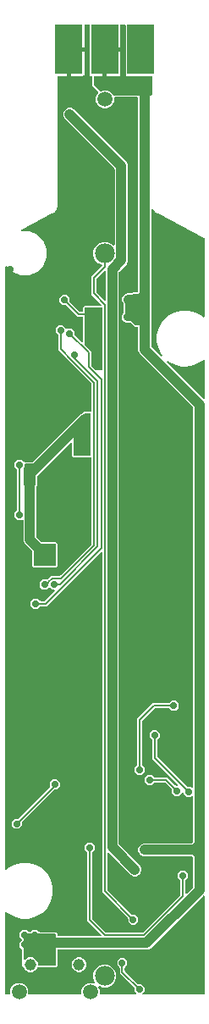
<source format=gbr>
G04 EAGLE Gerber RS-274X export*
G75*
%MOMM*%
%FSLAX34Y34*%
%LPD*%
%INBottom Copper*%
%IPPOS*%
%AMOC8*
5,1,8,0,0,1.08239X$1,22.5*%
G01*
%ADD10R,2.700000X5.000000*%
%ADD11C,1.508000*%
%ADD12C,1.158000*%
%ADD13C,1.980000*%
%ADD14C,0.706400*%
%ADD15C,1.000000*%
%ADD16C,0.200000*%
%ADD17C,0.800000*%

G36*
X14250Y10170D02*
X14250Y10170D01*
X14314Y10169D01*
X14389Y10190D01*
X14465Y10201D01*
X14524Y10227D01*
X14586Y10244D01*
X14652Y10285D01*
X14722Y10317D01*
X14771Y10359D01*
X14826Y10392D01*
X14878Y10450D01*
X14936Y10500D01*
X14972Y10554D01*
X15015Y10602D01*
X15048Y10671D01*
X15091Y10736D01*
X15110Y10798D01*
X15138Y10855D01*
X15149Y10925D01*
X15173Y11006D01*
X15174Y11091D01*
X15185Y11160D01*
X15185Y14503D01*
X16565Y17835D01*
X19115Y20385D01*
X22447Y21765D01*
X26053Y21765D01*
X29385Y20385D01*
X31935Y17835D01*
X33315Y14503D01*
X33315Y11160D01*
X33324Y11096D01*
X33323Y11032D01*
X33344Y10957D01*
X33355Y10881D01*
X33381Y10822D01*
X33398Y10760D01*
X33439Y10694D01*
X33471Y10624D01*
X33513Y10575D01*
X33546Y10520D01*
X33604Y10468D01*
X33654Y10410D01*
X33708Y10374D01*
X33756Y10331D01*
X33825Y10298D01*
X33890Y10255D01*
X33952Y10236D01*
X34009Y10208D01*
X34079Y10197D01*
X34160Y10173D01*
X34245Y10172D01*
X34314Y10161D01*
X85686Y10161D01*
X85750Y10170D01*
X85814Y10169D01*
X85889Y10190D01*
X85965Y10201D01*
X86024Y10227D01*
X86086Y10244D01*
X86152Y10285D01*
X86222Y10317D01*
X86271Y10359D01*
X86326Y10392D01*
X86378Y10450D01*
X86436Y10500D01*
X86472Y10554D01*
X86515Y10602D01*
X86548Y10671D01*
X86591Y10736D01*
X86610Y10798D01*
X86638Y10855D01*
X86649Y10925D01*
X86673Y11006D01*
X86674Y11091D01*
X86685Y11160D01*
X86685Y14503D01*
X88065Y17835D01*
X90615Y20385D01*
X93947Y21765D01*
X97553Y21765D01*
X98990Y21170D01*
X99021Y21162D01*
X99050Y21147D01*
X99157Y21127D01*
X99263Y21100D01*
X99295Y21101D01*
X99327Y21095D01*
X99435Y21105D01*
X99545Y21109D01*
X99575Y21119D01*
X99607Y21122D01*
X99709Y21162D01*
X99813Y21196D01*
X99839Y21214D01*
X99869Y21226D01*
X99955Y21293D01*
X100046Y21355D01*
X100066Y21380D01*
X100092Y21400D01*
X100156Y21488D01*
X100225Y21573D01*
X100238Y21602D01*
X100257Y21628D01*
X100293Y21731D01*
X100337Y21832D01*
X100340Y21864D01*
X100351Y21894D01*
X100358Y22003D01*
X100371Y22112D01*
X100366Y22143D01*
X100368Y22176D01*
X100346Y22264D01*
X100326Y22390D01*
X100305Y22434D01*
X100295Y22475D01*
X98575Y26627D01*
X98575Y31173D01*
X100315Y35372D01*
X103528Y38585D01*
X107727Y40325D01*
X112273Y40325D01*
X116472Y38585D01*
X119685Y35372D01*
X121425Y31173D01*
X121425Y26627D01*
X119685Y22428D01*
X116472Y19215D01*
X112273Y17475D01*
X107727Y17475D01*
X104954Y18624D01*
X104923Y18632D01*
X104894Y18647D01*
X104787Y18667D01*
X104681Y18694D01*
X104649Y18693D01*
X104617Y18699D01*
X104508Y18689D01*
X104399Y18685D01*
X104368Y18675D01*
X104336Y18672D01*
X104235Y18631D01*
X104131Y18598D01*
X104104Y18579D01*
X104074Y18567D01*
X103988Y18500D01*
X103898Y18439D01*
X103877Y18414D01*
X103852Y18394D01*
X103788Y18305D01*
X103719Y18221D01*
X103706Y18191D01*
X103687Y18165D01*
X103650Y18063D01*
X103607Y17962D01*
X103603Y17930D01*
X103592Y17900D01*
X103586Y17790D01*
X103573Y17682D01*
X103578Y17650D01*
X103576Y17618D01*
X103597Y17530D01*
X103618Y17404D01*
X103639Y17360D01*
X103649Y17318D01*
X104815Y14503D01*
X104815Y11160D01*
X104824Y11096D01*
X104823Y11032D01*
X104844Y10957D01*
X104855Y10881D01*
X104881Y10822D01*
X104898Y10760D01*
X104939Y10694D01*
X104971Y10624D01*
X105013Y10575D01*
X105046Y10520D01*
X105104Y10468D01*
X105154Y10410D01*
X105208Y10374D01*
X105256Y10331D01*
X105325Y10298D01*
X105390Y10255D01*
X105452Y10236D01*
X105509Y10208D01*
X105579Y10197D01*
X105660Y10173D01*
X105745Y10172D01*
X105814Y10161D01*
X140276Y10161D01*
X140308Y10165D01*
X140340Y10163D01*
X140447Y10185D01*
X140555Y10201D01*
X140584Y10214D01*
X140616Y10220D01*
X140712Y10272D01*
X140812Y10317D01*
X140836Y10338D01*
X140865Y10353D01*
X140943Y10429D01*
X141026Y10500D01*
X141044Y10527D01*
X141067Y10550D01*
X141121Y10645D01*
X141180Y10736D01*
X141190Y10767D01*
X141206Y10795D01*
X141231Y10901D01*
X141263Y11006D01*
X141263Y11038D01*
X141271Y11069D01*
X141265Y11179D01*
X141267Y11288D01*
X141258Y11319D01*
X141256Y11351D01*
X141221Y11454D01*
X141191Y11560D01*
X141174Y11587D01*
X141164Y11618D01*
X141111Y11691D01*
X141043Y11800D01*
X141007Y11832D01*
X140982Y11867D01*
X139443Y13405D01*
X139443Y16572D01*
X139430Y16667D01*
X139425Y16763D01*
X139410Y16807D01*
X139403Y16852D01*
X139364Y16939D01*
X139332Y17030D01*
X139307Y17064D01*
X139287Y17108D01*
X139204Y17206D01*
X139151Y17279D01*
X124975Y31454D01*
X124975Y36960D01*
X124962Y37054D01*
X124957Y37151D01*
X124942Y37194D01*
X124935Y37239D01*
X124896Y37326D01*
X124864Y37417D01*
X124839Y37452D01*
X124819Y37496D01*
X124736Y37593D01*
X124683Y37666D01*
X122443Y39905D01*
X122443Y44095D01*
X125405Y47057D01*
X129595Y47057D01*
X132557Y44095D01*
X132557Y39905D01*
X130317Y37666D01*
X130260Y37589D01*
X130195Y37518D01*
X130175Y37477D01*
X130148Y37441D01*
X130114Y37350D01*
X130072Y37264D01*
X130066Y37222D01*
X130049Y37177D01*
X130039Y37049D01*
X130025Y36960D01*
X130025Y33960D01*
X130038Y33865D01*
X130043Y33769D01*
X130058Y33725D01*
X130065Y33680D01*
X130104Y33593D01*
X130136Y33502D01*
X130161Y33468D01*
X130181Y33424D01*
X130264Y33326D01*
X130317Y33253D01*
X142721Y20849D01*
X142798Y20792D01*
X142869Y20727D01*
X142910Y20707D01*
X142947Y20680D01*
X143037Y20646D01*
X143123Y20604D01*
X143165Y20598D01*
X143211Y20581D01*
X143338Y20571D01*
X143428Y20557D01*
X146595Y20557D01*
X149557Y17595D01*
X149557Y13405D01*
X148018Y11867D01*
X147999Y11841D01*
X147974Y11820D01*
X147914Y11728D01*
X147849Y11641D01*
X147837Y11611D01*
X147820Y11584D01*
X147788Y11479D01*
X147749Y11377D01*
X147747Y11345D01*
X147737Y11314D01*
X147736Y11205D01*
X147727Y11096D01*
X147734Y11064D01*
X147733Y11032D01*
X147763Y10927D01*
X147785Y10820D01*
X147800Y10791D01*
X147809Y10760D01*
X147866Y10667D01*
X147917Y10571D01*
X147940Y10548D01*
X147957Y10520D01*
X148038Y10447D01*
X148114Y10369D01*
X148142Y10353D01*
X148166Y10331D01*
X148264Y10284D01*
X148359Y10230D01*
X148391Y10222D01*
X148420Y10208D01*
X148509Y10194D01*
X148634Y10165D01*
X148682Y10167D01*
X148724Y10161D01*
X208840Y10161D01*
X208904Y10170D01*
X208968Y10169D01*
X209043Y10190D01*
X209119Y10201D01*
X209178Y10227D01*
X209240Y10244D01*
X209306Y10285D01*
X209376Y10317D01*
X209425Y10359D01*
X209480Y10392D01*
X209532Y10450D01*
X209590Y10500D01*
X209626Y10554D01*
X209669Y10602D01*
X209702Y10671D01*
X209745Y10736D01*
X209764Y10798D01*
X209792Y10855D01*
X209803Y10925D01*
X209827Y11006D01*
X209828Y11091D01*
X209839Y11160D01*
X209839Y108200D01*
X209835Y108231D01*
X209837Y108264D01*
X209815Y108371D01*
X209799Y108479D01*
X209786Y108508D01*
X209780Y108540D01*
X209728Y108636D01*
X209683Y108736D01*
X209662Y108760D01*
X209647Y108789D01*
X209571Y108867D01*
X209500Y108950D01*
X209473Y108968D01*
X209450Y108991D01*
X209355Y109044D01*
X209264Y109104D01*
X209233Y109114D01*
X209205Y109130D01*
X209098Y109155D01*
X208994Y109187D01*
X208962Y109187D01*
X208931Y109195D01*
X208821Y109189D01*
X208712Y109191D01*
X208681Y109182D01*
X208649Y109180D01*
X208546Y109144D01*
X208440Y109115D01*
X208413Y109098D01*
X208382Y109088D01*
X208309Y109035D01*
X208200Y108967D01*
X208168Y108931D01*
X208133Y108906D01*
X155696Y56469D01*
X153298Y55475D01*
X63524Y55475D01*
X63460Y55466D01*
X63396Y55467D01*
X63321Y55446D01*
X63245Y55435D01*
X63186Y55409D01*
X63124Y55392D01*
X63058Y55351D01*
X62988Y55319D01*
X62939Y55277D01*
X62884Y55244D01*
X62832Y55186D01*
X62774Y55136D01*
X62738Y55082D01*
X62695Y55034D01*
X62662Y54965D01*
X62619Y54900D01*
X62600Y54838D01*
X62572Y54781D01*
X62561Y54711D01*
X62537Y54630D01*
X62536Y54545D01*
X62525Y54476D01*
X62525Y38954D01*
X61046Y37475D01*
X43289Y37475D01*
X43280Y37474D01*
X43271Y37475D01*
X43141Y37454D01*
X43010Y37435D01*
X43002Y37432D01*
X42992Y37430D01*
X42873Y37373D01*
X42753Y37319D01*
X42746Y37313D01*
X42737Y37309D01*
X42639Y37221D01*
X42539Y37136D01*
X42534Y37128D01*
X42527Y37122D01*
X42487Y37056D01*
X42384Y36900D01*
X42377Y36877D01*
X42366Y36858D01*
X41951Y35856D01*
X39894Y33799D01*
X37205Y32685D01*
X34295Y32685D01*
X31606Y33799D01*
X29549Y35856D01*
X28901Y37421D01*
X28880Y37457D01*
X28866Y37496D01*
X28815Y37566D01*
X28757Y37664D01*
X28714Y37704D01*
X28684Y37745D01*
X27475Y38954D01*
X27475Y54960D01*
X27462Y55054D01*
X27457Y55151D01*
X27442Y55194D01*
X27435Y55239D01*
X27396Y55326D01*
X27364Y55417D01*
X27339Y55452D01*
X27319Y55496D01*
X27236Y55593D01*
X27183Y55666D01*
X24943Y57905D01*
X24943Y62095D01*
X27142Y64293D01*
X27181Y64345D01*
X27227Y64390D01*
X27265Y64457D01*
X27311Y64519D01*
X27334Y64579D01*
X27366Y64635D01*
X27384Y64710D01*
X27411Y64783D01*
X27416Y64847D01*
X27431Y64909D01*
X27427Y64987D01*
X27433Y65064D01*
X27420Y65127D01*
X27416Y65191D01*
X27391Y65264D01*
X27375Y65340D01*
X27345Y65397D01*
X27324Y65458D01*
X27282Y65514D01*
X27243Y65589D01*
X27183Y65650D01*
X27142Y65707D01*
X24943Y67905D01*
X24943Y72095D01*
X27905Y75057D01*
X32095Y75057D01*
X34293Y72858D01*
X34345Y72819D01*
X34390Y72773D01*
X34457Y72735D01*
X34519Y72689D01*
X34579Y72666D01*
X34635Y72634D01*
X34710Y72616D01*
X34783Y72589D01*
X34847Y72584D01*
X34909Y72569D01*
X34987Y72573D01*
X35064Y72567D01*
X35127Y72580D01*
X35191Y72584D01*
X35264Y72609D01*
X35340Y72625D01*
X35397Y72655D01*
X35458Y72676D01*
X35514Y72718D01*
X35589Y72757D01*
X35650Y72817D01*
X35707Y72858D01*
X37905Y75057D01*
X42095Y75057D01*
X44334Y72817D01*
X44411Y72760D01*
X44482Y72695D01*
X44523Y72675D01*
X44559Y72648D01*
X44650Y72614D01*
X44736Y72572D01*
X44778Y72566D01*
X44823Y72549D01*
X44951Y72539D01*
X45040Y72525D01*
X61046Y72525D01*
X62525Y71046D01*
X62525Y69524D01*
X62534Y69460D01*
X62533Y69396D01*
X62554Y69321D01*
X62565Y69245D01*
X62591Y69186D01*
X62608Y69124D01*
X62649Y69058D01*
X62681Y68988D01*
X62723Y68939D01*
X62756Y68884D01*
X62814Y68832D01*
X62864Y68774D01*
X62918Y68738D01*
X62966Y68695D01*
X63035Y68662D01*
X63100Y68619D01*
X63162Y68600D01*
X63219Y68572D01*
X63289Y68561D01*
X63370Y68537D01*
X63455Y68536D01*
X63524Y68525D01*
X105492Y68525D01*
X105524Y68529D01*
X105556Y68527D01*
X105663Y68549D01*
X105772Y68565D01*
X105801Y68578D01*
X105833Y68584D01*
X105929Y68636D01*
X106029Y68681D01*
X106053Y68702D01*
X106081Y68717D01*
X106160Y68793D01*
X106243Y68864D01*
X106260Y68891D01*
X106284Y68914D01*
X106337Y69009D01*
X106397Y69100D01*
X106407Y69131D01*
X106423Y69159D01*
X106448Y69266D01*
X106480Y69370D01*
X106480Y69402D01*
X106488Y69433D01*
X106482Y69543D01*
X106483Y69652D01*
X106475Y69683D01*
X106473Y69715D01*
X106437Y69818D01*
X106408Y69924D01*
X106391Y69951D01*
X106381Y69982D01*
X106327Y70055D01*
X106260Y70164D01*
X106224Y70196D01*
X106199Y70231D01*
X92475Y83954D01*
X92475Y151960D01*
X92462Y152054D01*
X92457Y152151D01*
X92442Y152194D01*
X92435Y152239D01*
X92396Y152326D01*
X92364Y152417D01*
X92339Y152452D01*
X92319Y152496D01*
X92236Y152593D01*
X92183Y152666D01*
X89943Y154905D01*
X89943Y159095D01*
X92905Y162057D01*
X97095Y162057D01*
X100057Y159095D01*
X100057Y154905D01*
X97817Y152666D01*
X97760Y152589D01*
X97695Y152518D01*
X97675Y152477D01*
X97648Y152441D01*
X97614Y152350D01*
X97572Y152264D01*
X97566Y152222D01*
X97549Y152177D01*
X97539Y152049D01*
X97525Y151960D01*
X97525Y86460D01*
X97538Y86365D01*
X97543Y86269D01*
X97558Y86225D01*
X97565Y86180D01*
X97604Y86093D01*
X97636Y86002D01*
X97661Y85968D01*
X97681Y85924D01*
X97764Y85826D01*
X97817Y85753D01*
X111229Y72341D01*
X111306Y72284D01*
X111377Y72219D01*
X111418Y72199D01*
X111455Y72172D01*
X111545Y72138D01*
X111631Y72096D01*
X111673Y72090D01*
X111719Y72073D01*
X111846Y72063D01*
X111936Y72049D01*
X147424Y72049D01*
X147519Y72062D01*
X147615Y72067D01*
X147658Y72082D01*
X147703Y72089D01*
X147790Y72128D01*
X147881Y72160D01*
X147916Y72185D01*
X147960Y72205D01*
X148057Y72288D01*
X148130Y72341D01*
X185183Y109394D01*
X185197Y109414D01*
X185212Y109426D01*
X185243Y109474D01*
X185305Y109542D01*
X185325Y109583D01*
X185352Y109619D01*
X185386Y109709D01*
X185428Y109796D01*
X185434Y109838D01*
X185451Y109883D01*
X185461Y110011D01*
X185475Y110100D01*
X185475Y123960D01*
X185462Y124054D01*
X185457Y124151D01*
X185442Y124194D01*
X185435Y124239D01*
X185396Y124326D01*
X185364Y124417D01*
X185339Y124452D01*
X185319Y124496D01*
X185236Y124593D01*
X185183Y124666D01*
X182943Y126905D01*
X182943Y131095D01*
X185905Y134057D01*
X190095Y134057D01*
X193057Y131095D01*
X193057Y126905D01*
X190817Y124666D01*
X190760Y124589D01*
X190695Y124518D01*
X190675Y124477D01*
X190648Y124441D01*
X190614Y124350D01*
X190572Y124264D01*
X190566Y124222D01*
X190549Y124177D01*
X190539Y124049D01*
X190525Y123960D01*
X190525Y112164D01*
X190529Y112133D01*
X190527Y112100D01*
X190549Y111993D01*
X190565Y111885D01*
X190578Y111856D01*
X190584Y111824D01*
X190636Y111728D01*
X190681Y111628D01*
X190702Y111604D01*
X190717Y111575D01*
X190793Y111497D01*
X190864Y111414D01*
X190891Y111396D01*
X190914Y111373D01*
X191009Y111320D01*
X191100Y111260D01*
X191131Y111250D01*
X191159Y111234D01*
X191266Y111209D01*
X191370Y111177D01*
X191402Y111177D01*
X191433Y111169D01*
X191543Y111175D01*
X191652Y111173D01*
X191683Y111182D01*
X191715Y111184D01*
X191818Y111220D01*
X191924Y111249D01*
X191951Y111266D01*
X191982Y111276D01*
X192055Y111329D01*
X192164Y111397D01*
X192196Y111433D01*
X192231Y111458D01*
X198023Y117250D01*
X198080Y117327D01*
X198145Y117398D01*
X198165Y117439D01*
X198192Y117476D01*
X198226Y117566D01*
X198268Y117652D01*
X198274Y117694D01*
X198291Y117739D01*
X198301Y117867D01*
X198315Y117957D01*
X198315Y146883D01*
X198302Y146978D01*
X198297Y147075D01*
X198282Y147118D01*
X198275Y147163D01*
X198236Y147250D01*
X198204Y147341D01*
X198179Y147375D01*
X198159Y147420D01*
X198076Y147517D01*
X198023Y147590D01*
X197430Y148183D01*
X197353Y148240D01*
X197282Y148305D01*
X197241Y148325D01*
X197204Y148352D01*
X197114Y148386D01*
X197028Y148428D01*
X196986Y148434D01*
X196941Y148451D01*
X196813Y148461D01*
X196723Y148475D01*
X148702Y148475D01*
X146304Y149469D01*
X144469Y151304D01*
X143475Y153702D01*
X143475Y156298D01*
X144469Y158696D01*
X146304Y160531D01*
X148702Y161525D01*
X196723Y161525D01*
X196818Y161538D01*
X196915Y161543D01*
X196958Y161558D01*
X197003Y161565D01*
X197090Y161604D01*
X197181Y161636D01*
X197215Y161661D01*
X197260Y161681D01*
X197357Y161764D01*
X197430Y161817D01*
X198023Y162410D01*
X198080Y162487D01*
X198145Y162558D01*
X198165Y162599D01*
X198192Y162636D01*
X198226Y162726D01*
X198268Y162812D01*
X198274Y162854D01*
X198291Y162899D01*
X198301Y163027D01*
X198315Y163117D01*
X198315Y207752D01*
X198311Y207784D01*
X198313Y207816D01*
X198291Y207923D01*
X198275Y208031D01*
X198262Y208060D01*
X198256Y208092D01*
X198204Y208188D01*
X198159Y208288D01*
X198138Y208312D01*
X198123Y208341D01*
X198047Y208419D01*
X197976Y208502D01*
X197949Y208520D01*
X197926Y208543D01*
X197831Y208597D01*
X197740Y208656D01*
X197709Y208666D01*
X197681Y208682D01*
X197575Y208707D01*
X197470Y208739D01*
X197438Y208739D01*
X197407Y208747D01*
X197297Y208741D01*
X197188Y208743D01*
X197157Y208734D01*
X197125Y208732D01*
X197022Y208697D01*
X196916Y208667D01*
X196889Y208650D01*
X196858Y208640D01*
X196785Y208587D01*
X196676Y208519D01*
X196644Y208483D01*
X196609Y208458D01*
X196095Y207943D01*
X191905Y207943D01*
X188934Y210915D01*
X188919Y210986D01*
X188903Y211094D01*
X188890Y211124D01*
X188884Y211155D01*
X188832Y211252D01*
X188787Y211351D01*
X188766Y211376D01*
X188751Y211404D01*
X188675Y211482D01*
X188604Y211566D01*
X188577Y211583D01*
X188554Y211606D01*
X188459Y211660D01*
X188368Y211720D01*
X188337Y211729D01*
X188309Y211745D01*
X188203Y211770D01*
X188098Y211802D01*
X188066Y211803D01*
X188035Y211810D01*
X187925Y211805D01*
X187816Y211806D01*
X187785Y211798D01*
X187753Y211796D01*
X187650Y211760D01*
X187544Y211731D01*
X187517Y211714D01*
X187486Y211703D01*
X187413Y211650D01*
X187304Y211583D01*
X187272Y211547D01*
X187237Y211522D01*
X184603Y208887D01*
X180414Y208887D01*
X177452Y211849D01*
X177452Y215016D01*
X177443Y215079D01*
X177444Y215135D01*
X177436Y215164D01*
X177433Y215207D01*
X177418Y215251D01*
X177412Y215296D01*
X177379Y215369D01*
X177368Y215407D01*
X177359Y215422D01*
X177341Y215474D01*
X177316Y215508D01*
X177296Y215552D01*
X177233Y215625D01*
X177220Y215647D01*
X177204Y215661D01*
X177159Y215723D01*
X170699Y222183D01*
X170623Y222240D01*
X170551Y222305D01*
X170510Y222325D01*
X170474Y222352D01*
X170384Y222386D01*
X170297Y222428D01*
X170255Y222434D01*
X170210Y222451D01*
X170082Y222461D01*
X169993Y222475D01*
X160040Y222475D01*
X159946Y222462D01*
X159849Y222457D01*
X159806Y222442D01*
X159761Y222435D01*
X159674Y222396D01*
X159583Y222364D01*
X159548Y222339D01*
X159504Y222319D01*
X159407Y222236D01*
X159334Y222183D01*
X157095Y219943D01*
X152905Y219943D01*
X149943Y222905D01*
X149943Y227095D01*
X152905Y230057D01*
X157095Y230057D01*
X159334Y227817D01*
X159411Y227760D01*
X159482Y227695D01*
X159523Y227675D01*
X159559Y227648D01*
X159650Y227614D01*
X159736Y227572D01*
X159778Y227566D01*
X159823Y227549D01*
X159951Y227539D01*
X160040Y227525D01*
X172498Y227525D01*
X180730Y219293D01*
X180806Y219236D01*
X180878Y219171D01*
X180919Y219151D01*
X180955Y219124D01*
X181045Y219090D01*
X181132Y219048D01*
X181174Y219042D01*
X181219Y219025D01*
X181347Y219015D01*
X181436Y219001D01*
X182016Y219001D01*
X182048Y219005D01*
X182080Y219003D01*
X182187Y219025D01*
X182296Y219041D01*
X182325Y219054D01*
X182357Y219060D01*
X182453Y219112D01*
X182553Y219157D01*
X182577Y219178D01*
X182605Y219193D01*
X182684Y219269D01*
X182767Y219340D01*
X182784Y219367D01*
X182808Y219390D01*
X182861Y219485D01*
X182921Y219576D01*
X182931Y219607D01*
X182947Y219635D01*
X182972Y219742D01*
X183004Y219846D01*
X183004Y219878D01*
X183012Y219909D01*
X183006Y220019D01*
X183007Y220128D01*
X182999Y220159D01*
X182997Y220191D01*
X182961Y220294D01*
X182932Y220400D01*
X182915Y220427D01*
X182905Y220458D01*
X182851Y220531D01*
X182784Y220640D01*
X182781Y220642D01*
X182781Y220643D01*
X182747Y220673D01*
X182723Y220707D01*
X159191Y244239D01*
X157419Y246010D01*
X157419Y264460D01*
X157406Y264554D01*
X157401Y264651D01*
X157386Y264694D01*
X157379Y264739D01*
X157340Y264826D01*
X157308Y264917D01*
X157283Y264952D01*
X157263Y264996D01*
X157180Y265093D01*
X157127Y265166D01*
X154887Y267405D01*
X154887Y271595D01*
X157849Y274557D01*
X162039Y274557D01*
X165001Y271595D01*
X165001Y267405D01*
X162761Y265166D01*
X162704Y265089D01*
X162639Y265018D01*
X162619Y264977D01*
X162592Y264941D01*
X162558Y264850D01*
X162516Y264764D01*
X162510Y264722D01*
X162493Y264677D01*
X162483Y264549D01*
X162469Y264460D01*
X162469Y248516D01*
X162482Y248421D01*
X162487Y248325D01*
X162502Y248281D01*
X162509Y248236D01*
X162548Y248149D01*
X162580Y248058D01*
X162605Y248024D01*
X162625Y247980D01*
X162708Y247882D01*
X162761Y247809D01*
X192221Y218349D01*
X192298Y218292D01*
X192369Y218227D01*
X192410Y218207D01*
X192447Y218180D01*
X192537Y218146D01*
X192623Y218104D01*
X192665Y218098D01*
X192711Y218081D01*
X192838Y218071D01*
X192928Y218057D01*
X196095Y218057D01*
X196609Y217542D01*
X196635Y217522D01*
X196656Y217498D01*
X196748Y217438D01*
X196835Y217373D01*
X196865Y217361D01*
X196892Y217344D01*
X196997Y217312D01*
X197099Y217273D01*
X197131Y217271D01*
X197162Y217261D01*
X197271Y217260D01*
X197380Y217251D01*
X197412Y217258D01*
X197444Y217257D01*
X197549Y217287D01*
X197656Y217309D01*
X197685Y217324D01*
X197716Y217333D01*
X197809Y217390D01*
X197905Y217441D01*
X197928Y217464D01*
X197956Y217481D01*
X198029Y217562D01*
X198107Y217638D01*
X198123Y217666D01*
X198145Y217690D01*
X198192Y217788D01*
X198246Y217883D01*
X198254Y217915D01*
X198268Y217944D01*
X198282Y218033D01*
X198311Y218158D01*
X198309Y218206D01*
X198315Y218248D01*
X198315Y596883D01*
X198302Y596978D01*
X198297Y597075D01*
X198282Y597118D01*
X198275Y597163D01*
X198236Y597250D01*
X198204Y597341D01*
X198179Y597375D01*
X198159Y597420D01*
X198076Y597517D01*
X198023Y597590D01*
X144469Y651144D01*
X143475Y653542D01*
X143475Y676476D01*
X143466Y676540D01*
X143467Y676604D01*
X143446Y676679D01*
X143435Y676755D01*
X143409Y676814D01*
X143392Y676876D01*
X143351Y676942D01*
X143319Y677012D01*
X143277Y677061D01*
X143244Y677116D01*
X143186Y677168D01*
X143136Y677226D01*
X143082Y677262D01*
X143034Y677305D01*
X142965Y677338D01*
X142900Y677381D01*
X142838Y677400D01*
X142781Y677428D01*
X142711Y677439D01*
X142630Y677463D01*
X142545Y677464D01*
X142476Y677475D01*
X140454Y677475D01*
X136247Y681683D01*
X136170Y681740D01*
X136099Y681805D01*
X136058Y681825D01*
X136021Y681852D01*
X135931Y681886D01*
X135845Y681928D01*
X135803Y681934D01*
X135757Y681951D01*
X135630Y681961D01*
X135540Y681975D01*
X131401Y681975D01*
X130455Y682367D01*
X130414Y682378D01*
X130377Y682396D01*
X130359Y682398D01*
X130317Y682424D01*
X129370Y682816D01*
X127816Y684370D01*
X127424Y685317D01*
X127403Y685353D01*
X127389Y685392D01*
X127379Y685407D01*
X127367Y685455D01*
X126975Y686401D01*
X126975Y688599D01*
X127367Y689545D01*
X127378Y689586D01*
X127396Y689623D01*
X127398Y689641D01*
X127424Y689683D01*
X127816Y690630D01*
X128183Y690996D01*
X128240Y691073D01*
X128305Y691144D01*
X128325Y691185D01*
X128352Y691221D01*
X128386Y691311D01*
X128428Y691398D01*
X128434Y691440D01*
X128451Y691485D01*
X128461Y691613D01*
X128475Y691702D01*
X128475Y701089D01*
X128469Y701130D01*
X128472Y701172D01*
X128452Y701256D01*
X128435Y701368D01*
X128411Y701422D01*
X128399Y701472D01*
X127475Y703702D01*
X127475Y706298D01*
X128469Y708696D01*
X130304Y710531D01*
X132702Y711525D01*
X136540Y711525D01*
X136635Y711538D01*
X136731Y711543D01*
X136775Y711558D01*
X136820Y711565D01*
X136907Y711604D01*
X136998Y711636D01*
X137032Y711661D01*
X137076Y711681D01*
X137174Y711764D01*
X137247Y711817D01*
X137954Y712525D01*
X142476Y712525D01*
X142540Y712534D01*
X142604Y712533D01*
X142679Y712554D01*
X142755Y712565D01*
X142814Y712591D01*
X142876Y712608D01*
X142942Y712649D01*
X143012Y712681D01*
X143061Y712723D01*
X143116Y712756D01*
X143168Y712814D01*
X143226Y712864D01*
X143262Y712918D01*
X143305Y712966D01*
X143338Y713035D01*
X143381Y713100D01*
X143400Y713162D01*
X143428Y713219D01*
X143439Y713289D01*
X143463Y713370D01*
X143464Y713455D01*
X143475Y713524D01*
X143475Y906476D01*
X143466Y906540D01*
X143467Y906604D01*
X143446Y906679D01*
X143435Y906755D01*
X143409Y906814D01*
X143392Y906876D01*
X143351Y906942D01*
X143319Y907012D01*
X143277Y907061D01*
X143244Y907116D01*
X143186Y907168D01*
X143136Y907226D01*
X143082Y907262D01*
X143034Y907305D01*
X142965Y907338D01*
X142900Y907381D01*
X142838Y907400D01*
X142781Y907428D01*
X142711Y907439D01*
X142630Y907463D01*
X142545Y907464D01*
X142476Y907475D01*
X120064Y907475D01*
X120000Y907466D01*
X119936Y907467D01*
X119861Y907446D01*
X119785Y907435D01*
X119726Y907409D01*
X119664Y907392D01*
X119598Y907351D01*
X119528Y907319D01*
X119479Y907277D01*
X119424Y907244D01*
X119372Y907186D01*
X119314Y907136D01*
X119278Y907082D01*
X119235Y907034D01*
X119202Y906965D01*
X119159Y906900D01*
X119140Y906838D01*
X119112Y906781D01*
X119101Y906711D01*
X119077Y906630D01*
X119076Y906545D01*
X119065Y906476D01*
X119065Y903197D01*
X117685Y899865D01*
X115135Y897315D01*
X111803Y895935D01*
X108197Y895935D01*
X104865Y897315D01*
X102315Y899865D01*
X100935Y903197D01*
X100935Y906803D01*
X102315Y910135D01*
X103598Y911418D01*
X103637Y911469D01*
X103683Y911514D01*
X103721Y911582D01*
X103768Y911643D01*
X103790Y911704D01*
X103822Y911760D01*
X103840Y911835D01*
X103867Y911907D01*
X103872Y911971D01*
X103887Y912034D01*
X103883Y912111D01*
X103889Y912189D01*
X103876Y912251D01*
X103873Y912316D01*
X103847Y912389D01*
X103831Y912465D01*
X103801Y912521D01*
X103780Y912582D01*
X103739Y912639D01*
X103699Y912714D01*
X103640Y912774D01*
X103598Y912831D01*
X97475Y918954D01*
X97475Y927476D01*
X97466Y927539D01*
X97467Y927600D01*
X97467Y927604D01*
X97446Y927679D01*
X97435Y927755D01*
X97409Y927814D01*
X97392Y927876D01*
X97351Y927942D01*
X97319Y928012D01*
X97277Y928061D01*
X97244Y928116D01*
X97186Y928168D01*
X97136Y928226D01*
X97082Y928262D01*
X97034Y928305D01*
X96965Y928338D01*
X96900Y928381D01*
X96838Y928400D01*
X96781Y928428D01*
X96711Y928439D01*
X96630Y928463D01*
X96545Y928464D01*
X96476Y928475D01*
X95868Y928475D01*
X94975Y929368D01*
X94975Y978840D01*
X94966Y978904D01*
X94967Y978968D01*
X94946Y979043D01*
X94935Y979119D01*
X94909Y979178D01*
X94892Y979240D01*
X94851Y979306D01*
X94819Y979376D01*
X94777Y979425D01*
X94744Y979480D01*
X94686Y979532D01*
X94636Y979590D01*
X94582Y979626D01*
X94534Y979669D01*
X94465Y979702D01*
X94400Y979745D01*
X94338Y979764D01*
X94281Y979792D01*
X94211Y979803D01*
X94130Y979827D01*
X94045Y979828D01*
X93976Y979839D01*
X90432Y979839D01*
X90368Y979830D01*
X90304Y979831D01*
X90229Y979810D01*
X90153Y979799D01*
X90094Y979773D01*
X90032Y979756D01*
X89966Y979715D01*
X89896Y979683D01*
X89847Y979641D01*
X89792Y979608D01*
X89740Y979550D01*
X89682Y979500D01*
X89646Y979446D01*
X89603Y979398D01*
X89570Y979329D01*
X89527Y979264D01*
X89508Y979202D01*
X89480Y979145D01*
X89469Y979075D01*
X89445Y978994D01*
X89444Y978909D01*
X89433Y978840D01*
X89433Y956999D01*
X74900Y956999D01*
X74836Y956990D01*
X74772Y956991D01*
X74698Y956970D01*
X74621Y956959D01*
X74562Y956933D01*
X74500Y956916D01*
X74434Y956875D01*
X74364Y956843D01*
X74315Y956801D01*
X74260Y956768D01*
X74209Y956710D01*
X74150Y956660D01*
X74114Y956606D01*
X74071Y956558D01*
X74038Y956489D01*
X73995Y956424D01*
X73976Y956362D01*
X73948Y956305D01*
X73938Y956235D01*
X73913Y956154D01*
X73912Y956069D01*
X73901Y956000D01*
X73901Y954999D01*
X72900Y954999D01*
X72836Y954990D01*
X72772Y954991D01*
X72697Y954970D01*
X72621Y954959D01*
X72562Y954933D01*
X72500Y954916D01*
X72434Y954875D01*
X72364Y954843D01*
X72315Y954801D01*
X72260Y954768D01*
X72208Y954710D01*
X72150Y954660D01*
X72114Y954606D01*
X72071Y954558D01*
X72038Y954489D01*
X71995Y954424D01*
X71976Y954362D01*
X71948Y954304D01*
X71938Y954235D01*
X71913Y954154D01*
X71912Y954069D01*
X71901Y954000D01*
X71901Y927967D01*
X63660Y927967D01*
X63596Y927958D01*
X63532Y927959D01*
X63457Y927938D01*
X63381Y927927D01*
X63322Y927901D01*
X63260Y927884D01*
X63194Y927843D01*
X63124Y927811D01*
X63075Y927769D01*
X63020Y927736D01*
X62968Y927678D01*
X62910Y927628D01*
X62874Y927574D01*
X62831Y927526D01*
X62798Y927457D01*
X62755Y927392D01*
X62736Y927330D01*
X62708Y927273D01*
X62697Y927203D01*
X62673Y927122D01*
X62672Y927037D01*
X62661Y926968D01*
X62661Y800501D01*
X62668Y800454D01*
X62665Y800412D01*
X62801Y798898D01*
X62706Y798595D01*
X62661Y798317D01*
X62662Y798306D01*
X62661Y798297D01*
X62661Y797979D01*
X62079Y796575D01*
X62067Y796529D01*
X62049Y796491D01*
X61595Y795040D01*
X61392Y794796D01*
X61243Y794556D01*
X61240Y794546D01*
X61235Y794538D01*
X61114Y794244D01*
X60039Y793170D01*
X60010Y793131D01*
X59979Y793104D01*
X59005Y791937D01*
X58723Y791790D01*
X58495Y791625D01*
X58488Y791617D01*
X58480Y791611D01*
X58256Y791386D01*
X56852Y790805D01*
X56810Y790780D01*
X56770Y790767D01*
X26852Y775095D01*
X26818Y775071D01*
X26780Y775053D01*
X26704Y774988D01*
X26623Y774930D01*
X26597Y774897D01*
X26565Y774870D01*
X26511Y774786D01*
X26450Y774708D01*
X26434Y774669D01*
X26411Y774634D01*
X26382Y774539D01*
X26345Y774446D01*
X26341Y774404D01*
X26328Y774364D01*
X26327Y774265D01*
X26318Y774166D01*
X26325Y774124D01*
X26325Y774082D01*
X26351Y773986D01*
X26370Y773888D01*
X26389Y773851D01*
X26400Y773810D01*
X26452Y773726D01*
X26497Y773637D01*
X26526Y773606D01*
X26548Y773570D01*
X26622Y773504D01*
X26690Y773431D01*
X26726Y773410D01*
X26757Y773381D01*
X26847Y773338D01*
X26933Y773287D01*
X26973Y773277D01*
X27011Y773258D01*
X27096Y773245D01*
X27206Y773217D01*
X27265Y773219D01*
X27316Y773211D01*
X34398Y773211D01*
X42525Y769845D01*
X48745Y763625D01*
X52111Y755498D01*
X52111Y746702D01*
X48745Y738575D01*
X42525Y732355D01*
X34398Y728989D01*
X25602Y728989D01*
X17475Y732355D01*
X11867Y737964D01*
X11841Y737984D01*
X11820Y738008D01*
X11728Y738068D01*
X11641Y738133D01*
X11611Y738145D01*
X11584Y738162D01*
X11479Y738194D01*
X11377Y738233D01*
X11345Y738235D01*
X11314Y738245D01*
X11205Y738246D01*
X11096Y738255D01*
X11064Y738248D01*
X11032Y738249D01*
X10927Y738219D01*
X10820Y738197D01*
X10791Y738182D01*
X10760Y738173D01*
X10667Y738116D01*
X10571Y738065D01*
X10548Y738042D01*
X10520Y738025D01*
X10447Y737944D01*
X10369Y737868D01*
X10353Y737840D01*
X10331Y737816D01*
X10284Y737718D01*
X10230Y737623D01*
X10222Y737591D01*
X10208Y737562D01*
X10194Y737473D01*
X10165Y737348D01*
X10167Y737300D01*
X10161Y737258D01*
X10161Y136045D01*
X10165Y136013D01*
X10163Y135981D01*
X10169Y135950D01*
X10169Y135938D01*
X10180Y135899D01*
X10185Y135874D01*
X10201Y135766D01*
X10214Y135736D01*
X10220Y135705D01*
X10272Y135608D01*
X10317Y135509D01*
X10338Y135484D01*
X10353Y135456D01*
X10429Y135377D01*
X10500Y135294D01*
X10527Y135277D01*
X10550Y135254D01*
X10645Y135200D01*
X10736Y135140D01*
X10767Y135130D01*
X10795Y135115D01*
X10901Y135089D01*
X11006Y135058D01*
X11038Y135057D01*
X11069Y135050D01*
X11179Y135055D01*
X11288Y135054D01*
X11319Y135062D01*
X11351Y135064D01*
X11454Y135100D01*
X11560Y135129D01*
X11587Y135146D01*
X11618Y135157D01*
X11691Y135210D01*
X11697Y135214D01*
X11718Y135223D01*
X11732Y135235D01*
X11800Y135277D01*
X11832Y135313D01*
X11867Y135338D01*
X12862Y136334D01*
X19227Y140009D01*
X26325Y141911D01*
X33675Y141911D01*
X40773Y140009D01*
X47138Y136334D01*
X52334Y131138D01*
X56009Y124773D01*
X57911Y117675D01*
X57911Y110325D01*
X56009Y103227D01*
X52334Y96862D01*
X47138Y91666D01*
X40773Y87991D01*
X33675Y86089D01*
X26325Y86089D01*
X19227Y87991D01*
X12862Y91666D01*
X11867Y92662D01*
X11841Y92681D01*
X11820Y92706D01*
X11728Y92766D01*
X11641Y92831D01*
X11611Y92842D01*
X11584Y92860D01*
X11479Y92892D01*
X11377Y92931D01*
X11345Y92933D01*
X11314Y92942D01*
X11205Y92944D01*
X11096Y92952D01*
X11064Y92946D01*
X11032Y92946D01*
X10927Y92917D01*
X10820Y92895D01*
X10791Y92880D01*
X10760Y92871D01*
X10667Y92814D01*
X10571Y92762D01*
X10548Y92740D01*
X10520Y92723D01*
X10447Y92642D01*
X10369Y92566D01*
X10353Y92537D01*
X10331Y92514D01*
X10284Y92415D01*
X10230Y92320D01*
X10222Y92289D01*
X10208Y92260D01*
X10194Y92170D01*
X10165Y92046D01*
X10167Y91997D01*
X10161Y91955D01*
X10161Y11160D01*
X10170Y11096D01*
X10169Y11032D01*
X10190Y10957D01*
X10201Y10881D01*
X10227Y10822D01*
X10244Y10760D01*
X10285Y10694D01*
X10317Y10624D01*
X10359Y10575D01*
X10392Y10520D01*
X10450Y10468D01*
X10500Y10410D01*
X10554Y10374D01*
X10602Y10331D01*
X10671Y10298D01*
X10736Y10255D01*
X10798Y10236D01*
X10855Y10208D01*
X10925Y10197D01*
X11006Y10173D01*
X11091Y10172D01*
X11160Y10161D01*
X14186Y10161D01*
X14250Y10170D01*
G37*
%LPC*%
G36*
X136405Y79943D02*
X136405Y79943D01*
X133443Y82905D01*
X133443Y86072D01*
X133430Y86167D01*
X133425Y86263D01*
X133410Y86307D01*
X133403Y86352D01*
X133364Y86439D01*
X133332Y86530D01*
X133307Y86564D01*
X133287Y86608D01*
X133204Y86706D01*
X133201Y86710D01*
X133180Y86743D01*
X133169Y86753D01*
X133151Y86779D01*
X107475Y112454D01*
X107475Y451492D01*
X107471Y451524D01*
X107473Y451556D01*
X107451Y451663D01*
X107435Y451772D01*
X107422Y451801D01*
X107416Y451833D01*
X107364Y451929D01*
X107319Y452029D01*
X107298Y452053D01*
X107283Y452081D01*
X107207Y452160D01*
X107136Y452243D01*
X107109Y452260D01*
X107086Y452284D01*
X106991Y452337D01*
X106900Y452397D01*
X106869Y452407D01*
X106841Y452423D01*
X106734Y452448D01*
X106630Y452480D01*
X106598Y452480D01*
X106567Y452488D01*
X106457Y452482D01*
X106348Y452483D01*
X106317Y452475D01*
X106285Y452473D01*
X106182Y452437D01*
X106076Y452408D01*
X106049Y452391D01*
X106018Y452381D01*
X105945Y452327D01*
X105836Y452260D01*
X105804Y452224D01*
X105769Y452199D01*
X52046Y398475D01*
X46040Y398475D01*
X45946Y398462D01*
X45849Y398457D01*
X45806Y398442D01*
X45761Y398435D01*
X45674Y398396D01*
X45583Y398364D01*
X45548Y398339D01*
X45504Y398319D01*
X45407Y398236D01*
X45334Y398183D01*
X43095Y395943D01*
X38905Y395943D01*
X35943Y398905D01*
X35943Y403095D01*
X38905Y406057D01*
X43095Y406057D01*
X45334Y403817D01*
X45411Y403760D01*
X45482Y403695D01*
X45523Y403675D01*
X45559Y403648D01*
X45650Y403614D01*
X45736Y403572D01*
X45778Y403566D01*
X45823Y403549D01*
X45951Y403539D01*
X46040Y403525D01*
X49540Y403525D01*
X49635Y403538D01*
X49731Y403543D01*
X49775Y403558D01*
X49820Y403565D01*
X49907Y403604D01*
X49998Y403636D01*
X50032Y403661D01*
X50076Y403681D01*
X50174Y403764D01*
X50247Y403817D01*
X59667Y413237D01*
X59686Y413263D01*
X59711Y413284D01*
X59771Y413376D01*
X59836Y413463D01*
X59848Y413493D01*
X59865Y413520D01*
X59897Y413625D01*
X59936Y413727D01*
X59938Y413759D01*
X59948Y413790D01*
X59949Y413899D01*
X59958Y414008D01*
X59951Y414040D01*
X59951Y414072D01*
X59922Y414177D01*
X59900Y414284D01*
X59885Y414313D01*
X59876Y414344D01*
X59819Y414437D01*
X59767Y414533D01*
X59745Y414556D01*
X59728Y414584D01*
X59647Y414657D01*
X59571Y414735D01*
X59543Y414751D01*
X59519Y414773D01*
X59420Y414820D01*
X59325Y414874D01*
X59294Y414882D01*
X59265Y414896D01*
X59176Y414910D01*
X59051Y414939D01*
X59002Y414937D01*
X58960Y414943D01*
X57277Y414943D01*
X55393Y416828D01*
X55341Y416867D01*
X55296Y416913D01*
X55229Y416951D01*
X55167Y416997D01*
X55107Y417020D01*
X55051Y417052D01*
X54976Y417070D01*
X54903Y417097D01*
X54839Y417102D01*
X54777Y417117D01*
X54699Y417113D01*
X54622Y417119D01*
X54559Y417106D01*
X54495Y417102D01*
X54422Y417077D01*
X54346Y417061D01*
X54289Y417031D01*
X54228Y417010D01*
X54172Y416968D01*
X54097Y416929D01*
X54036Y416869D01*
X53979Y416828D01*
X52095Y414943D01*
X47905Y414943D01*
X44943Y417905D01*
X44943Y422095D01*
X47905Y425057D01*
X51880Y425057D01*
X51975Y425070D01*
X52071Y425075D01*
X52114Y425090D01*
X52159Y425097D01*
X52246Y425136D01*
X52337Y425168D01*
X52372Y425193D01*
X52416Y425213D01*
X52513Y425296D01*
X52586Y425349D01*
X56262Y429025D01*
X65040Y429025D01*
X65135Y429038D01*
X65231Y429043D01*
X65275Y429058D01*
X65320Y429065D01*
X65407Y429104D01*
X65498Y429136D01*
X65532Y429161D01*
X65576Y429181D01*
X65674Y429264D01*
X65747Y429317D01*
X96611Y460181D01*
X96668Y460258D01*
X96733Y460329D01*
X96753Y460370D01*
X96780Y460407D01*
X96814Y460497D01*
X96856Y460583D01*
X96862Y460625D01*
X96879Y460671D01*
X96889Y460798D01*
X96903Y460888D01*
X96903Y546476D01*
X96894Y546540D01*
X96895Y546604D01*
X96874Y546679D01*
X96863Y546755D01*
X96837Y546814D01*
X96820Y546876D01*
X96779Y546942D01*
X96747Y547012D01*
X96705Y547061D01*
X96672Y547116D01*
X96614Y547168D01*
X96564Y547226D01*
X96510Y547262D01*
X96462Y547305D01*
X96393Y547338D01*
X96328Y547381D01*
X96266Y547400D01*
X96209Y547428D01*
X96139Y547439D01*
X96058Y547463D01*
X95973Y547464D01*
X95904Y547475D01*
X78954Y547475D01*
X77475Y548954D01*
X77475Y560836D01*
X77471Y560867D01*
X77473Y560900D01*
X77451Y561007D01*
X77435Y561115D01*
X77422Y561144D01*
X77416Y561176D01*
X77364Y561272D01*
X77319Y561372D01*
X77298Y561396D01*
X77283Y561425D01*
X77207Y561503D01*
X77136Y561586D01*
X77109Y561604D01*
X77086Y561627D01*
X76991Y561680D01*
X76900Y561740D01*
X76869Y561750D01*
X76841Y561766D01*
X76734Y561791D01*
X76630Y561823D01*
X76598Y561823D01*
X76567Y561831D01*
X76457Y561825D01*
X76348Y561827D01*
X76317Y561818D01*
X76285Y561816D01*
X76182Y561780D01*
X76076Y561751D01*
X76049Y561734D01*
X76018Y561724D01*
X75945Y561671D01*
X75836Y561603D01*
X75804Y561567D01*
X75769Y561542D01*
X42817Y528590D01*
X42760Y528513D01*
X42695Y528442D01*
X42675Y528401D01*
X42648Y528364D01*
X42614Y528274D01*
X42572Y528188D01*
X42566Y528146D01*
X42549Y528101D01*
X42539Y527973D01*
X42525Y527883D01*
X42525Y518954D01*
X41817Y518247D01*
X41760Y518170D01*
X41695Y518099D01*
X41675Y518058D01*
X41648Y518021D01*
X41614Y517931D01*
X41572Y517845D01*
X41566Y517803D01*
X41549Y517757D01*
X41539Y517630D01*
X41525Y517540D01*
X41525Y468117D01*
X41538Y468022D01*
X41543Y467925D01*
X41558Y467882D01*
X41565Y467837D01*
X41604Y467750D01*
X41636Y467659D01*
X41661Y467625D01*
X41681Y467580D01*
X41764Y467483D01*
X41817Y467410D01*
X46410Y462817D01*
X46487Y462760D01*
X46558Y462695D01*
X46599Y462675D01*
X46636Y462648D01*
X46726Y462614D01*
X46812Y462572D01*
X46854Y462566D01*
X46899Y462549D01*
X47027Y462539D01*
X47117Y462525D01*
X61046Y462525D01*
X62525Y461046D01*
X62525Y438954D01*
X61046Y437475D01*
X38954Y437475D01*
X37475Y438954D01*
X37475Y452883D01*
X37467Y452942D01*
X37467Y452956D01*
X37463Y452973D01*
X37462Y452978D01*
X37457Y453075D01*
X37442Y453118D01*
X37435Y453163D01*
X37396Y453250D01*
X37364Y453341D01*
X37339Y453375D01*
X37319Y453420D01*
X37236Y453517D01*
X37183Y453590D01*
X29469Y461304D01*
X28475Y463702D01*
X28475Y483968D01*
X28471Y484000D01*
X28473Y484032D01*
X28451Y484139D01*
X28435Y484247D01*
X28422Y484276D01*
X28415Y484308D01*
X28364Y484405D01*
X28319Y484504D01*
X28298Y484528D01*
X28283Y484557D01*
X28207Y484635D01*
X28136Y484718D01*
X28109Y484736D01*
X28086Y484759D01*
X27991Y484813D01*
X27900Y484872D01*
X27869Y484882D01*
X27840Y484898D01*
X27734Y484923D01*
X27630Y484955D01*
X27598Y484955D01*
X27566Y484963D01*
X27457Y484957D01*
X27348Y484959D01*
X27317Y484950D01*
X27284Y484948D01*
X27270Y484943D01*
X22849Y484943D01*
X19887Y487905D01*
X19887Y492095D01*
X22183Y494390D01*
X22240Y494467D01*
X22305Y494538D01*
X22325Y494579D01*
X22352Y494615D01*
X22386Y494706D01*
X22428Y494792D01*
X22434Y494834D01*
X22451Y494879D01*
X22461Y495007D01*
X22475Y495096D01*
X22475Y534904D01*
X22462Y534998D01*
X22457Y535095D01*
X22442Y535138D01*
X22435Y535183D01*
X22396Y535270D01*
X22364Y535361D01*
X22339Y535396D01*
X22319Y535440D01*
X22236Y535537D01*
X22183Y535610D01*
X19887Y537905D01*
X19887Y542095D01*
X22849Y545057D01*
X27039Y545057D01*
X29278Y542817D01*
X29355Y542760D01*
X29426Y542695D01*
X29467Y542675D01*
X29503Y542648D01*
X29594Y542614D01*
X29680Y542572D01*
X29722Y542566D01*
X29767Y542549D01*
X29895Y542539D01*
X29984Y542525D01*
X37883Y542525D01*
X37978Y542538D01*
X38075Y542543D01*
X38118Y542558D01*
X38163Y542565D01*
X38250Y542604D01*
X38341Y542636D01*
X38375Y542661D01*
X38420Y542681D01*
X38517Y542764D01*
X38590Y542817D01*
X86304Y590531D01*
X87242Y590920D01*
X87278Y590941D01*
X87317Y590955D01*
X87386Y591005D01*
X87484Y591063D01*
X87525Y591106D01*
X87566Y591136D01*
X88954Y592525D01*
X95904Y592525D01*
X95968Y592534D01*
X96032Y592533D01*
X96107Y592554D01*
X96183Y592565D01*
X96242Y592591D01*
X96304Y592608D01*
X96370Y592649D01*
X96440Y592681D01*
X96489Y592723D01*
X96544Y592756D01*
X96596Y592814D01*
X96654Y592864D01*
X96690Y592918D01*
X96733Y592966D01*
X96766Y593035D01*
X96809Y593100D01*
X96828Y593162D01*
X96856Y593219D01*
X96867Y593289D01*
X96891Y593370D01*
X96892Y593455D01*
X96903Y593524D01*
X96903Y620580D01*
X96890Y620675D01*
X96885Y620771D01*
X96870Y620815D01*
X96863Y620860D01*
X96824Y620947D01*
X96792Y621038D01*
X96767Y621072D01*
X96747Y621116D01*
X96664Y621214D01*
X96611Y621287D01*
X76771Y641127D01*
X76694Y641184D01*
X76623Y641249D01*
X76610Y641255D01*
X63531Y654334D01*
X63531Y668960D01*
X63518Y669054D01*
X63513Y669151D01*
X63498Y669194D01*
X63491Y669239D01*
X63452Y669326D01*
X63420Y669417D01*
X63395Y669452D01*
X63375Y669496D01*
X63292Y669593D01*
X63239Y669666D01*
X60999Y671905D01*
X60999Y676095D01*
X63961Y679057D01*
X68151Y679057D01*
X71256Y675952D01*
X71307Y675913D01*
X71352Y675867D01*
X71381Y675851D01*
X71402Y675832D01*
X71440Y675813D01*
X71481Y675782D01*
X71541Y675760D01*
X71597Y675728D01*
X71633Y675719D01*
X71655Y675709D01*
X71691Y675703D01*
X71745Y675683D01*
X71809Y675678D01*
X71872Y675663D01*
X71930Y675666D01*
X71960Y675661D01*
X71965Y675661D01*
X71985Y675664D01*
X72026Y675661D01*
X72089Y675674D01*
X72153Y675677D01*
X72206Y675696D01*
X72244Y675701D01*
X72266Y675711D01*
X72302Y675719D01*
X72359Y675749D01*
X72420Y675770D01*
X72459Y675798D01*
X72501Y675817D01*
X72522Y675835D01*
X72551Y675851D01*
X72612Y675910D01*
X72669Y675952D01*
X72774Y676057D01*
X76963Y676057D01*
X79925Y673095D01*
X79925Y669928D01*
X79939Y669833D01*
X79944Y669737D01*
X79959Y669693D01*
X79965Y669648D01*
X80005Y669561D01*
X80036Y669470D01*
X80061Y669436D01*
X80081Y669392D01*
X80165Y669294D01*
X80218Y669221D01*
X86769Y662670D01*
X86795Y662650D01*
X86816Y662626D01*
X86908Y662566D01*
X86995Y662500D01*
X87025Y662489D01*
X87052Y662471D01*
X87157Y662439D01*
X87259Y662401D01*
X87291Y662398D01*
X87322Y662389D01*
X87431Y662387D01*
X87540Y662379D01*
X87572Y662386D01*
X87604Y662385D01*
X87709Y662414D01*
X87816Y662437D01*
X87845Y662452D01*
X87876Y662460D01*
X87969Y662518D01*
X88065Y662569D01*
X88088Y662592D01*
X88116Y662608D01*
X88189Y662690D01*
X88267Y662766D01*
X88283Y662794D01*
X88305Y662818D01*
X88352Y662916D01*
X88406Y663011D01*
X88414Y663043D01*
X88428Y663072D01*
X88442Y663161D01*
X88471Y663286D01*
X88469Y663334D01*
X88475Y663376D01*
X88475Y686476D01*
X88466Y686540D01*
X88467Y686604D01*
X88446Y686679D01*
X88435Y686755D01*
X88409Y686814D01*
X88392Y686876D01*
X88351Y686942D01*
X88319Y687012D01*
X88277Y687061D01*
X88244Y687116D01*
X88186Y687168D01*
X88136Y687226D01*
X88082Y687262D01*
X88034Y687305D01*
X87965Y687338D01*
X87900Y687381D01*
X87838Y687400D01*
X87781Y687428D01*
X87711Y687439D01*
X87630Y687463D01*
X87545Y687464D01*
X87476Y687475D01*
X83179Y687475D01*
X71359Y699295D01*
X71282Y699353D01*
X71211Y699417D01*
X71170Y699437D01*
X71133Y699464D01*
X71043Y699498D01*
X70957Y699540D01*
X70915Y699547D01*
X70869Y699564D01*
X70742Y699574D01*
X70652Y699588D01*
X67485Y699588D01*
X64523Y702550D01*
X64523Y706739D01*
X67485Y709701D01*
X71675Y709701D01*
X74637Y706739D01*
X74637Y703572D01*
X74645Y703514D01*
X74645Y703512D01*
X74646Y703510D01*
X74650Y703477D01*
X74655Y703381D01*
X74670Y703338D01*
X74677Y703293D01*
X74716Y703206D01*
X74748Y703115D01*
X74773Y703080D01*
X74793Y703036D01*
X74876Y702939D01*
X74929Y702866D01*
X84978Y692817D01*
X85054Y692760D01*
X85126Y692695D01*
X85167Y692675D01*
X85203Y692648D01*
X85293Y692614D01*
X85380Y692572D01*
X85422Y692566D01*
X85467Y692549D01*
X85595Y692539D01*
X85684Y692525D01*
X87476Y692525D01*
X87540Y692534D01*
X87604Y692533D01*
X87679Y692554D01*
X87755Y692565D01*
X87814Y692591D01*
X87876Y692608D01*
X87942Y692649D01*
X88012Y692681D01*
X88061Y692723D01*
X88116Y692756D01*
X88168Y692814D01*
X88226Y692864D01*
X88262Y692918D01*
X88305Y692966D01*
X88338Y693035D01*
X88381Y693100D01*
X88400Y693162D01*
X88428Y693219D01*
X88439Y693289D01*
X88463Y693370D01*
X88464Y693455D01*
X88475Y693524D01*
X88475Y697046D01*
X89954Y698525D01*
X105492Y698525D01*
X105524Y698529D01*
X105556Y698527D01*
X105663Y698549D01*
X105772Y698565D01*
X105801Y698578D01*
X105833Y698584D01*
X105929Y698636D01*
X106029Y698681D01*
X106053Y698702D01*
X106081Y698717D01*
X106160Y698793D01*
X106243Y698864D01*
X106260Y698891D01*
X106284Y698914D01*
X106337Y699009D01*
X106397Y699100D01*
X106407Y699131D01*
X106423Y699159D01*
X106448Y699266D01*
X106480Y699370D01*
X106480Y699402D01*
X106488Y699433D01*
X106482Y699543D01*
X106483Y699652D01*
X106475Y699683D01*
X106473Y699715D01*
X106437Y699818D01*
X106408Y699924D01*
X106391Y699951D01*
X106381Y699982D01*
X106327Y700055D01*
X106260Y700164D01*
X106224Y700196D01*
X106199Y700231D01*
X98191Y708239D01*
X96419Y710010D01*
X96419Y727554D01*
X107183Y738318D01*
X107240Y738394D01*
X107305Y738466D01*
X107325Y738507D01*
X107352Y738543D01*
X107386Y738633D01*
X107428Y738720D01*
X107434Y738762D01*
X107451Y738807D01*
X107461Y738935D01*
X107475Y739024D01*
X107475Y739112D01*
X107474Y739121D01*
X107475Y739131D01*
X107454Y739261D01*
X107435Y739391D01*
X107432Y739400D01*
X107430Y739409D01*
X107373Y739529D01*
X107319Y739648D01*
X107313Y739655D01*
X107309Y739664D01*
X107221Y739763D01*
X107136Y739862D01*
X107128Y739868D01*
X107122Y739875D01*
X107056Y739915D01*
X106900Y740017D01*
X106877Y740024D01*
X106858Y740035D01*
X103528Y741415D01*
X100315Y744628D01*
X98575Y748827D01*
X98575Y753373D01*
X100315Y757572D01*
X103528Y760785D01*
X107727Y762525D01*
X112273Y762525D01*
X116472Y760785D01*
X118193Y759064D01*
X118219Y759044D01*
X118240Y759020D01*
X118332Y758960D01*
X118419Y758894D01*
X118449Y758883D01*
X118476Y758865D01*
X118581Y758833D01*
X118683Y758795D01*
X118715Y758792D01*
X118746Y758783D01*
X118855Y758781D01*
X118964Y758773D01*
X118996Y758780D01*
X119028Y758779D01*
X119133Y758808D01*
X119240Y758831D01*
X119269Y758846D01*
X119300Y758854D01*
X119393Y758912D01*
X119489Y758963D01*
X119512Y758986D01*
X119540Y759002D01*
X119613Y759084D01*
X119691Y759160D01*
X119707Y759188D01*
X119729Y759212D01*
X119776Y759310D01*
X119830Y759405D01*
X119838Y759437D01*
X119852Y759466D01*
X119866Y759555D01*
X119895Y759680D01*
X119893Y759728D01*
X119899Y759770D01*
X119899Y835459D01*
X119886Y835554D01*
X119881Y835651D01*
X119866Y835694D01*
X119859Y835739D01*
X119820Y835826D01*
X119788Y835917D01*
X119763Y835951D01*
X119743Y835996D01*
X119660Y836093D01*
X119607Y836166D01*
X69469Y886304D01*
X68475Y888702D01*
X68475Y891298D01*
X69469Y893696D01*
X71304Y895531D01*
X73702Y896525D01*
X76298Y896525D01*
X78696Y895531D01*
X131955Y842272D01*
X132949Y839874D01*
X132949Y742999D01*
X131955Y740601D01*
X124341Y732987D01*
X124284Y732910D01*
X124219Y732839D01*
X124199Y732798D01*
X124172Y732761D01*
X124138Y732671D01*
X124096Y732585D01*
X124090Y732543D01*
X124073Y732498D01*
X124063Y732370D01*
X124049Y732280D01*
X124049Y160593D01*
X124062Y160498D01*
X124067Y160401D01*
X124082Y160358D01*
X124089Y160313D01*
X124128Y160226D01*
X124160Y160135D01*
X124185Y160101D01*
X124205Y160056D01*
X124288Y159959D01*
X124341Y159886D01*
X145531Y138696D01*
X146525Y136298D01*
X146525Y133702D01*
X145531Y131304D01*
X143696Y129469D01*
X141298Y128475D01*
X138702Y128475D01*
X136304Y129469D01*
X114231Y151542D01*
X114205Y151561D01*
X114184Y151586D01*
X114092Y151646D01*
X114005Y151711D01*
X113975Y151723D01*
X113948Y151740D01*
X113843Y151772D01*
X113741Y151811D01*
X113709Y151813D01*
X113678Y151823D01*
X113569Y151824D01*
X113460Y151833D01*
X113428Y151826D01*
X113396Y151827D01*
X113291Y151797D01*
X113184Y151775D01*
X113155Y151760D01*
X113124Y151751D01*
X113031Y151694D01*
X112935Y151643D01*
X112912Y151620D01*
X112884Y151603D01*
X112811Y151522D01*
X112733Y151446D01*
X112717Y151418D01*
X112695Y151394D01*
X112648Y151296D01*
X112594Y151200D01*
X112586Y151169D01*
X112572Y151140D01*
X112558Y151051D01*
X112529Y150926D01*
X112531Y150878D01*
X112525Y150836D01*
X112525Y114960D01*
X112538Y114865D01*
X112543Y114769D01*
X112558Y114725D01*
X112565Y114680D01*
X112604Y114593D01*
X112636Y114502D01*
X112661Y114468D01*
X112681Y114424D01*
X112764Y114326D01*
X112817Y114253D01*
X136721Y90349D01*
X136798Y90292D01*
X136869Y90227D01*
X136910Y90207D01*
X136947Y90180D01*
X137037Y90146D01*
X137123Y90104D01*
X137165Y90098D01*
X137211Y90081D01*
X137338Y90071D01*
X137428Y90057D01*
X140595Y90057D01*
X143557Y87095D01*
X143557Y82905D01*
X140595Y79943D01*
X136405Y79943D01*
G37*
%LPD*%
G36*
X166442Y648118D02*
X166442Y648118D01*
X166453Y648118D01*
X166580Y648147D01*
X166707Y648174D01*
X166717Y648179D01*
X166727Y648181D01*
X166841Y648245D01*
X166956Y648306D01*
X166964Y648314D01*
X166973Y648319D01*
X167065Y648412D01*
X167158Y648503D01*
X167164Y648512D01*
X167171Y648520D01*
X167233Y648634D01*
X167297Y648748D01*
X167300Y648759D01*
X167305Y648768D01*
X167332Y648895D01*
X167362Y649023D01*
X167362Y649034D01*
X167364Y649044D01*
X167355Y649174D01*
X167348Y649305D01*
X167344Y649315D01*
X167344Y649325D01*
X167315Y649400D01*
X167255Y649571D01*
X167241Y649590D01*
X167233Y649613D01*
X163991Y655227D01*
X162089Y662325D01*
X162089Y669675D01*
X163991Y676773D01*
X167666Y683138D01*
X172862Y688334D01*
X179227Y692009D01*
X186325Y693911D01*
X193675Y693911D01*
X200773Y692009D01*
X207138Y688334D01*
X208133Y687338D01*
X208159Y687319D01*
X208180Y687294D01*
X208272Y687234D01*
X208359Y687169D01*
X208389Y687158D01*
X208416Y687140D01*
X208521Y687108D01*
X208623Y687069D01*
X208655Y687067D01*
X208686Y687058D01*
X208795Y687056D01*
X208904Y687048D01*
X208936Y687054D01*
X208968Y687054D01*
X209073Y687083D01*
X209180Y687105D01*
X209209Y687120D01*
X209240Y687129D01*
X209333Y687186D01*
X209429Y687238D01*
X209452Y687260D01*
X209480Y687277D01*
X209553Y687358D01*
X209631Y687434D01*
X209647Y687463D01*
X209669Y687486D01*
X209716Y687585D01*
X209770Y687680D01*
X209778Y687711D01*
X209792Y687740D01*
X209806Y687830D01*
X209835Y687954D01*
X209833Y688003D01*
X209839Y688045D01*
X209839Y765747D01*
X209824Y765852D01*
X209817Y765958D01*
X209804Y765991D01*
X209799Y766027D01*
X209756Y766123D01*
X209719Y766222D01*
X209698Y766251D01*
X209683Y766284D01*
X209614Y766364D01*
X209551Y766449D01*
X209524Y766469D01*
X209500Y766498D01*
X209377Y766578D01*
X209304Y766633D01*
X163230Y790767D01*
X163184Y790783D01*
X163148Y790805D01*
X161744Y791386D01*
X161520Y791611D01*
X161294Y791780D01*
X161284Y791784D01*
X161277Y791790D01*
X160995Y791937D01*
X160764Y792214D01*
X160021Y793104D01*
X159986Y793136D01*
X159961Y793170D01*
X158886Y794244D01*
X158764Y794538D01*
X158621Y794781D01*
X158613Y794788D01*
X158608Y794796D01*
X158291Y795176D01*
X158234Y795228D01*
X158184Y795286D01*
X158130Y795322D01*
X158082Y795365D01*
X158012Y795399D01*
X157948Y795441D01*
X157886Y795460D01*
X157828Y795488D01*
X157752Y795501D01*
X157678Y795523D01*
X157613Y795524D01*
X157550Y795535D01*
X157473Y795526D01*
X157396Y795527D01*
X157334Y795510D01*
X157269Y795502D01*
X157199Y795472D01*
X157124Y795452D01*
X157069Y795418D01*
X157010Y795393D01*
X156950Y795344D01*
X156884Y795304D01*
X156841Y795255D01*
X156791Y795215D01*
X156747Y795151D01*
X156695Y795094D01*
X156667Y795036D01*
X156630Y794983D01*
X156606Y794910D01*
X156572Y794840D01*
X156563Y794782D01*
X156541Y794715D01*
X156537Y794615D01*
X156525Y794536D01*
X156525Y657957D01*
X156538Y657862D01*
X156543Y657765D01*
X156558Y657722D01*
X156565Y657677D01*
X156604Y657590D01*
X156636Y657499D01*
X156661Y657465D01*
X156681Y657420D01*
X156764Y657323D01*
X156817Y657250D01*
X165661Y648407D01*
X165669Y648400D01*
X165676Y648392D01*
X165782Y648316D01*
X165886Y648237D01*
X165896Y648234D01*
X165905Y648227D01*
X166028Y648184D01*
X166150Y648138D01*
X166161Y648137D01*
X166171Y648134D01*
X166302Y648126D01*
X166431Y648116D01*
X166442Y648118D01*
G37*
G36*
X156404Y909010D02*
X156404Y909010D01*
X156468Y909009D01*
X156543Y909030D01*
X156619Y909041D01*
X156678Y909067D01*
X156740Y909084D01*
X156806Y909125D01*
X156876Y909157D01*
X156925Y909199D01*
X156980Y909232D01*
X157032Y909290D01*
X157090Y909340D01*
X157126Y909394D01*
X157169Y909442D01*
X157202Y909511D01*
X157245Y909576D01*
X157264Y909638D01*
X157292Y909695D01*
X157303Y909765D01*
X157327Y909846D01*
X157328Y909931D01*
X157339Y910000D01*
X157339Y927476D01*
X157330Y927540D01*
X157331Y927604D01*
X157310Y927679D01*
X157299Y927755D01*
X157273Y927814D01*
X157256Y927876D01*
X157215Y927942D01*
X157183Y928012D01*
X157141Y928061D01*
X157108Y928116D01*
X157050Y928168D01*
X157000Y928226D01*
X156946Y928262D01*
X156898Y928305D01*
X156829Y928338D01*
X156764Y928381D01*
X156702Y928400D01*
X156645Y928428D01*
X156575Y928439D01*
X156494Y928463D01*
X156409Y928464D01*
X156340Y928475D01*
X131968Y928475D01*
X131075Y929368D01*
X131075Y978840D01*
X131066Y978904D01*
X131067Y978968D01*
X131046Y979043D01*
X131035Y979119D01*
X131009Y979178D01*
X130992Y979240D01*
X130951Y979306D01*
X130919Y979376D01*
X130877Y979425D01*
X130844Y979480D01*
X130786Y979532D01*
X130736Y979590D01*
X130682Y979626D01*
X130634Y979669D01*
X130565Y979702D01*
X130500Y979745D01*
X130438Y979764D01*
X130381Y979792D01*
X130311Y979803D01*
X130230Y979827D01*
X130145Y979828D01*
X130076Y979839D01*
X126532Y979839D01*
X126468Y979830D01*
X126404Y979831D01*
X126329Y979810D01*
X126253Y979799D01*
X126194Y979773D01*
X126132Y979756D01*
X126066Y979715D01*
X125996Y979683D01*
X125947Y979641D01*
X125892Y979608D01*
X125840Y979550D01*
X125782Y979500D01*
X125746Y979446D01*
X125703Y979398D01*
X125670Y979329D01*
X125627Y979264D01*
X125608Y979202D01*
X125580Y979145D01*
X125569Y979075D01*
X125545Y978994D01*
X125544Y978909D01*
X125533Y978840D01*
X125533Y956999D01*
X111000Y956999D01*
X110936Y956990D01*
X110872Y956991D01*
X110798Y956970D01*
X110721Y956959D01*
X110662Y956933D01*
X110600Y956916D01*
X110534Y956875D01*
X110464Y956843D01*
X110415Y956801D01*
X110360Y956768D01*
X110309Y956710D01*
X110250Y956660D01*
X110214Y956606D01*
X110171Y956558D01*
X110138Y956489D01*
X110095Y956424D01*
X110076Y956362D01*
X110048Y956305D01*
X110038Y956235D01*
X110013Y956154D01*
X110012Y956069D01*
X110001Y956000D01*
X110001Y954999D01*
X109000Y954999D01*
X108936Y954990D01*
X108872Y954991D01*
X108797Y954970D01*
X108721Y954959D01*
X108662Y954933D01*
X108600Y954916D01*
X108534Y954875D01*
X108464Y954843D01*
X108415Y954801D01*
X108360Y954768D01*
X108308Y954710D01*
X108250Y954660D01*
X108214Y954606D01*
X108171Y954558D01*
X108138Y954489D01*
X108095Y954424D01*
X108076Y954362D01*
X108048Y954304D01*
X108038Y954235D01*
X108013Y954154D01*
X108012Y954069D01*
X108001Y954000D01*
X108001Y927967D01*
X100000Y927967D01*
X99936Y927958D01*
X99872Y927959D01*
X99797Y927938D01*
X99721Y927927D01*
X99662Y927901D01*
X99600Y927884D01*
X99534Y927843D01*
X99464Y927811D01*
X99415Y927769D01*
X99360Y927736D01*
X99308Y927678D01*
X99250Y927628D01*
X99214Y927574D01*
X99171Y927526D01*
X99138Y927457D01*
X99095Y927392D01*
X99076Y927330D01*
X99048Y927273D01*
X99037Y927203D01*
X99013Y927122D01*
X99012Y927037D01*
X99001Y926968D01*
X99001Y920000D01*
X99014Y919905D01*
X99019Y919809D01*
X99034Y919766D01*
X99041Y919721D01*
X99080Y919633D01*
X99082Y919629D01*
X99092Y919593D01*
X99097Y919583D01*
X99112Y919542D01*
X99137Y919508D01*
X99157Y919464D01*
X99209Y919403D01*
X99240Y919353D01*
X99270Y919326D01*
X99293Y919293D01*
X105126Y913461D01*
X105134Y913455D01*
X105140Y913447D01*
X105247Y913370D01*
X105352Y913291D01*
X105361Y913288D01*
X105368Y913282D01*
X105492Y913238D01*
X105616Y913192D01*
X105625Y913191D01*
X105634Y913188D01*
X105766Y913180D01*
X105897Y913170D01*
X105906Y913172D01*
X105916Y913171D01*
X105991Y913190D01*
X106173Y913228D01*
X106194Y913239D01*
X106215Y913244D01*
X108197Y914065D01*
X111803Y914065D01*
X115135Y912685D01*
X117685Y910135D01*
X117899Y909618D01*
X117904Y909609D01*
X117906Y909600D01*
X117976Y909488D01*
X118043Y909375D01*
X118049Y909368D01*
X118054Y909360D01*
X118152Y909272D01*
X118248Y909182D01*
X118257Y909178D01*
X118264Y909171D01*
X118382Y909114D01*
X118500Y909054D01*
X118509Y909052D01*
X118518Y909048D01*
X118594Y909036D01*
X118777Y909002D01*
X118801Y909004D01*
X118822Y909001D01*
X156340Y909001D01*
X156404Y909010D01*
G37*
G36*
X106540Y634010D02*
X106540Y634010D01*
X106604Y634009D01*
X106679Y634030D01*
X106755Y634041D01*
X106814Y634067D01*
X106876Y634084D01*
X106942Y634125D01*
X107012Y634157D01*
X107061Y634199D01*
X107116Y634232D01*
X107168Y634290D01*
X107226Y634340D01*
X107262Y634394D01*
X107305Y634442D01*
X107338Y634511D01*
X107381Y634576D01*
X107400Y634638D01*
X107428Y634695D01*
X107439Y634765D01*
X107463Y634846D01*
X107464Y634931D01*
X107475Y635000D01*
X107475Y696000D01*
X107467Y696060D01*
X107467Y696082D01*
X107466Y696084D01*
X107467Y696128D01*
X107446Y696203D01*
X107435Y696279D01*
X107409Y696338D01*
X107392Y696400D01*
X107351Y696466D01*
X107319Y696536D01*
X107277Y696585D01*
X107244Y696640D01*
X107186Y696692D01*
X107136Y696750D01*
X107082Y696786D01*
X107034Y696829D01*
X106965Y696862D01*
X106900Y696905D01*
X106838Y696924D01*
X106781Y696952D01*
X106711Y696963D01*
X106630Y696987D01*
X106545Y696988D01*
X106476Y696999D01*
X91000Y696999D01*
X90936Y696990D01*
X90872Y696991D01*
X90797Y696970D01*
X90721Y696959D01*
X90662Y696933D01*
X90600Y696916D01*
X90534Y696875D01*
X90464Y696843D01*
X90415Y696801D01*
X90360Y696768D01*
X90308Y696710D01*
X90250Y696660D01*
X90214Y696606D01*
X90171Y696558D01*
X90138Y696489D01*
X90095Y696424D01*
X90076Y696362D01*
X90048Y696305D01*
X90037Y696235D01*
X90013Y696154D01*
X90012Y696069D01*
X90001Y696000D01*
X90001Y659852D01*
X90014Y659757D01*
X90019Y659661D01*
X90034Y659618D01*
X90041Y659573D01*
X90080Y659485D01*
X90112Y659395D01*
X90137Y659360D01*
X90157Y659316D01*
X90240Y659219D01*
X90293Y659146D01*
X96469Y652970D01*
X96469Y638951D01*
X96477Y638891D01*
X96477Y638869D01*
X96483Y638848D01*
X96487Y638760D01*
X96502Y638717D01*
X96509Y638672D01*
X96548Y638585D01*
X96580Y638494D01*
X96605Y638459D01*
X96625Y638415D01*
X96708Y638318D01*
X96761Y638245D01*
X100713Y634293D01*
X100789Y634236D01*
X100861Y634171D01*
X100902Y634151D01*
X100938Y634124D01*
X101028Y634090D01*
X101115Y634048D01*
X101157Y634042D01*
X101202Y634025D01*
X101330Y634015D01*
X101419Y634001D01*
X106476Y634001D01*
X106540Y634010D01*
G37*
G36*
X60064Y39010D02*
X60064Y39010D01*
X60128Y39009D01*
X60203Y39030D01*
X60279Y39041D01*
X60338Y39067D01*
X60400Y39084D01*
X60466Y39125D01*
X60536Y39157D01*
X60585Y39199D01*
X60640Y39232D01*
X60692Y39290D01*
X60750Y39340D01*
X60786Y39394D01*
X60829Y39442D01*
X60862Y39511D01*
X60905Y39576D01*
X60924Y39638D01*
X60952Y39695D01*
X60963Y39765D01*
X60987Y39846D01*
X60988Y39931D01*
X60999Y40000D01*
X60999Y70000D01*
X60990Y70062D01*
X60991Y70105D01*
X60991Y70106D01*
X60991Y70128D01*
X60970Y70203D01*
X60959Y70279D01*
X60933Y70338D01*
X60916Y70400D01*
X60875Y70466D01*
X60843Y70536D01*
X60801Y70585D01*
X60768Y70640D01*
X60710Y70692D01*
X60660Y70750D01*
X60606Y70786D01*
X60558Y70829D01*
X60489Y70862D01*
X60424Y70905D01*
X60362Y70924D01*
X60305Y70952D01*
X60235Y70963D01*
X60154Y70987D01*
X60069Y70988D01*
X60000Y70999D01*
X30000Y70999D01*
X29936Y70990D01*
X29872Y70991D01*
X29797Y70970D01*
X29721Y70959D01*
X29662Y70933D01*
X29600Y70916D01*
X29534Y70875D01*
X29464Y70843D01*
X29415Y70801D01*
X29360Y70768D01*
X29308Y70710D01*
X29250Y70660D01*
X29214Y70606D01*
X29171Y70558D01*
X29138Y70489D01*
X29095Y70424D01*
X29076Y70362D01*
X29048Y70305D01*
X29037Y70235D01*
X29013Y70154D01*
X29012Y70069D01*
X29001Y70000D01*
X29001Y46008D01*
X29005Y45976D01*
X29003Y45944D01*
X29025Y45837D01*
X29041Y45729D01*
X29054Y45699D01*
X29060Y45668D01*
X29112Y45571D01*
X29157Y45472D01*
X29178Y45447D01*
X29193Y45419D01*
X29269Y45340D01*
X29340Y45257D01*
X29367Y45240D01*
X29390Y45217D01*
X29485Y45163D01*
X29576Y45103D01*
X29607Y45093D01*
X29635Y45078D01*
X29742Y45052D01*
X29846Y45020D01*
X29878Y45020D01*
X29910Y45013D01*
X30019Y45018D01*
X30128Y45017D01*
X30159Y45025D01*
X30191Y45027D01*
X30294Y45063D01*
X30400Y45092D01*
X30427Y45109D01*
X30458Y45119D01*
X30531Y45173D01*
X30640Y45240D01*
X30672Y45276D01*
X30707Y45301D01*
X31607Y46201D01*
X34295Y47315D01*
X37205Y47315D01*
X39894Y46201D01*
X41951Y44144D01*
X43065Y41455D01*
X43065Y40000D01*
X43074Y39936D01*
X43073Y39872D01*
X43094Y39797D01*
X43105Y39721D01*
X43131Y39662D01*
X43148Y39600D01*
X43189Y39534D01*
X43221Y39464D01*
X43263Y39415D01*
X43296Y39360D01*
X43354Y39308D01*
X43404Y39250D01*
X43458Y39214D01*
X43506Y39171D01*
X43575Y39138D01*
X43640Y39095D01*
X43702Y39076D01*
X43759Y39048D01*
X43829Y39037D01*
X43910Y39013D01*
X43995Y39012D01*
X44064Y39001D01*
X60000Y39001D01*
X60064Y39010D01*
G37*
G36*
X208936Y605650D02*
X208936Y605650D01*
X208968Y605649D01*
X209073Y605679D01*
X209180Y605701D01*
X209209Y605716D01*
X209240Y605725D01*
X209333Y605782D01*
X209429Y605833D01*
X209452Y605856D01*
X209480Y605873D01*
X209553Y605954D01*
X209631Y606030D01*
X209647Y606058D01*
X209669Y606082D01*
X209716Y606180D01*
X209770Y606276D01*
X209778Y606307D01*
X209792Y606336D01*
X209806Y606425D01*
X209835Y606550D01*
X209833Y606598D01*
X209839Y606640D01*
X209839Y643955D01*
X209835Y643987D01*
X209837Y644019D01*
X209815Y644126D01*
X209799Y644234D01*
X209786Y644264D01*
X209780Y644295D01*
X209728Y644392D01*
X209683Y644491D01*
X209662Y644516D01*
X209647Y644544D01*
X209571Y644623D01*
X209500Y644706D01*
X209473Y644723D01*
X209450Y644746D01*
X209355Y644800D01*
X209264Y644860D01*
X209233Y644870D01*
X209205Y644885D01*
X209099Y644911D01*
X208994Y644942D01*
X208962Y644943D01*
X208931Y644950D01*
X208821Y644945D01*
X208712Y644946D01*
X208681Y644938D01*
X208649Y644936D01*
X208546Y644900D01*
X208440Y644871D01*
X208413Y644854D01*
X208382Y644843D01*
X208309Y644790D01*
X208200Y644723D01*
X208168Y644687D01*
X208133Y644662D01*
X207138Y643666D01*
X200773Y639991D01*
X193675Y638089D01*
X186325Y638089D01*
X179227Y639991D01*
X173613Y643233D01*
X173603Y643237D01*
X173594Y643243D01*
X173472Y643289D01*
X173351Y643338D01*
X173341Y643339D01*
X173330Y643343D01*
X173201Y643353D01*
X173071Y643365D01*
X173060Y643363D01*
X173049Y643364D01*
X172922Y643338D01*
X172793Y643314D01*
X172784Y643309D01*
X172773Y643307D01*
X172658Y643245D01*
X172542Y643187D01*
X172534Y643179D01*
X172524Y643174D01*
X172430Y643083D01*
X172335Y642994D01*
X172330Y642985D01*
X172322Y642977D01*
X172258Y642864D01*
X172191Y642752D01*
X172188Y642742D01*
X172183Y642732D01*
X172153Y642604D01*
X172120Y642479D01*
X172121Y642468D01*
X172118Y642458D01*
X172125Y642326D01*
X172129Y642197D01*
X172132Y642187D01*
X172133Y642176D01*
X172175Y642052D01*
X172215Y641929D01*
X172222Y641920D01*
X172225Y641910D01*
X172272Y641845D01*
X172374Y641695D01*
X172393Y641680D01*
X172407Y641661D01*
X208133Y605934D01*
X208159Y605915D01*
X208180Y605890D01*
X208272Y605830D01*
X208359Y605765D01*
X208389Y605753D01*
X208416Y605736D01*
X208521Y605704D01*
X208623Y605665D01*
X208655Y605663D01*
X208686Y605653D01*
X208795Y605652D01*
X208904Y605643D01*
X208936Y605650D01*
G37*
%LPC*%
G36*
X142905Y229943D02*
X142905Y229943D01*
X139943Y232905D01*
X139943Y237095D01*
X142183Y239334D01*
X142240Y239411D01*
X142305Y239482D01*
X142325Y239523D01*
X142352Y239559D01*
X142386Y239650D01*
X142428Y239736D01*
X142434Y239778D01*
X142451Y239823D01*
X142461Y239951D01*
X142475Y240040D01*
X142475Y286046D01*
X157954Y301525D01*
X173960Y301525D01*
X174054Y301538D01*
X174151Y301543D01*
X174194Y301558D01*
X174239Y301565D01*
X174326Y301604D01*
X174417Y301636D01*
X174452Y301661D01*
X174496Y301681D01*
X174593Y301764D01*
X174666Y301817D01*
X176905Y304057D01*
X181095Y304057D01*
X184057Y301095D01*
X184057Y296905D01*
X181095Y293943D01*
X176905Y293943D01*
X174666Y296183D01*
X174589Y296240D01*
X174518Y296305D01*
X174477Y296325D01*
X174441Y296352D01*
X174350Y296386D01*
X174264Y296428D01*
X174222Y296434D01*
X174177Y296451D01*
X174049Y296461D01*
X173960Y296475D01*
X160460Y296475D01*
X160365Y296462D01*
X160269Y296457D01*
X160225Y296442D01*
X160180Y296435D01*
X160093Y296396D01*
X160002Y296364D01*
X159968Y296339D01*
X159924Y296319D01*
X159826Y296236D01*
X159753Y296183D01*
X147817Y284247D01*
X147760Y284170D01*
X147695Y284099D01*
X147675Y284058D01*
X147648Y284021D01*
X147614Y283931D01*
X147572Y283845D01*
X147566Y283803D01*
X147549Y283757D01*
X147539Y283630D01*
X147525Y283540D01*
X147525Y240040D01*
X147538Y239946D01*
X147543Y239849D01*
X147558Y239806D01*
X147565Y239761D01*
X147604Y239674D01*
X147636Y239583D01*
X147661Y239548D01*
X147681Y239504D01*
X147764Y239407D01*
X147817Y239334D01*
X150057Y237095D01*
X150057Y232905D01*
X147095Y229943D01*
X142905Y229943D01*
G37*
%LPD*%
G36*
X95064Y549010D02*
X95064Y549010D01*
X95128Y549009D01*
X95203Y549030D01*
X95279Y549041D01*
X95338Y549067D01*
X95400Y549084D01*
X95466Y549125D01*
X95536Y549157D01*
X95585Y549199D01*
X95640Y549232D01*
X95692Y549290D01*
X95750Y549340D01*
X95786Y549394D01*
X95829Y549442D01*
X95862Y549511D01*
X95905Y549576D01*
X95924Y549638D01*
X95952Y549695D01*
X95963Y549765D01*
X95987Y549846D01*
X95988Y549931D01*
X95999Y550000D01*
X95999Y590000D01*
X95991Y590061D01*
X95991Y590098D01*
X95991Y590099D01*
X95991Y590128D01*
X95970Y590203D01*
X95959Y590279D01*
X95933Y590338D01*
X95916Y590400D01*
X95875Y590466D01*
X95843Y590536D01*
X95801Y590585D01*
X95768Y590640D01*
X95710Y590692D01*
X95660Y590750D01*
X95606Y590786D01*
X95558Y590829D01*
X95489Y590862D01*
X95424Y590905D01*
X95362Y590924D01*
X95305Y590952D01*
X95235Y590963D01*
X95154Y590987D01*
X95069Y590988D01*
X95000Y590999D01*
X90000Y590999D01*
X89936Y590990D01*
X89872Y590991D01*
X89797Y590970D01*
X89721Y590959D01*
X89662Y590933D01*
X89600Y590916D01*
X89534Y590875D01*
X89464Y590843D01*
X89415Y590801D01*
X89360Y590768D01*
X89308Y590710D01*
X89250Y590660D01*
X89214Y590606D01*
X89171Y590558D01*
X89138Y590489D01*
X89095Y590424D01*
X89076Y590362D01*
X89048Y590305D01*
X89037Y590235D01*
X89013Y590154D01*
X89012Y590069D01*
X89001Y590000D01*
X89001Y580414D01*
X79293Y570707D01*
X79236Y570630D01*
X79171Y570558D01*
X79151Y570517D01*
X79124Y570481D01*
X79099Y570415D01*
X79095Y570409D01*
X79089Y570388D01*
X79048Y570305D01*
X79042Y570263D01*
X79025Y570217D01*
X79021Y570165D01*
X79013Y570139D01*
X79012Y570071D01*
X79001Y570000D01*
X79001Y550000D01*
X79010Y549936D01*
X79009Y549872D01*
X79030Y549797D01*
X79041Y549721D01*
X79067Y549662D01*
X79084Y549600D01*
X79125Y549534D01*
X79157Y549464D01*
X79199Y549415D01*
X79232Y549360D01*
X79290Y549308D01*
X79340Y549250D01*
X79394Y549214D01*
X79442Y549171D01*
X79511Y549138D01*
X79576Y549095D01*
X79638Y549076D01*
X79695Y549048D01*
X79765Y549037D01*
X79846Y549013D01*
X79931Y549012D01*
X80000Y549001D01*
X95000Y549001D01*
X95064Y549010D01*
G37*
G36*
X150064Y679010D02*
X150064Y679010D01*
X150128Y679009D01*
X150203Y679030D01*
X150279Y679041D01*
X150338Y679067D01*
X150400Y679084D01*
X150466Y679125D01*
X150536Y679157D01*
X150585Y679199D01*
X150640Y679232D01*
X150692Y679290D01*
X150750Y679340D01*
X150786Y679394D01*
X150829Y679442D01*
X150862Y679511D01*
X150905Y679576D01*
X150924Y679638D01*
X150952Y679695D01*
X150963Y679765D01*
X150987Y679846D01*
X150988Y679931D01*
X150999Y680000D01*
X150999Y710000D01*
X150990Y710062D01*
X150991Y710105D01*
X150991Y710106D01*
X150991Y710128D01*
X150970Y710203D01*
X150959Y710279D01*
X150933Y710338D01*
X150916Y710400D01*
X150875Y710466D01*
X150843Y710536D01*
X150801Y710585D01*
X150768Y710640D01*
X150710Y710692D01*
X150660Y710750D01*
X150606Y710786D01*
X150558Y710829D01*
X150489Y710862D01*
X150424Y710905D01*
X150362Y710924D01*
X150305Y710952D01*
X150235Y710963D01*
X150154Y710987D01*
X150069Y710988D01*
X150000Y710999D01*
X139000Y710999D01*
X138905Y710986D01*
X138809Y710981D01*
X138766Y710966D01*
X138721Y710959D01*
X138633Y710920D01*
X138542Y710888D01*
X138508Y710863D01*
X138464Y710843D01*
X138367Y710760D01*
X138293Y710707D01*
X133293Y705707D01*
X133236Y705630D01*
X133171Y705558D01*
X133151Y705517D01*
X133124Y705481D01*
X133096Y705407D01*
X133095Y705405D01*
X133093Y705399D01*
X133090Y705391D01*
X133048Y705305D01*
X133042Y705263D01*
X133025Y705217D01*
X133020Y705160D01*
X133013Y705135D01*
X133012Y705071D01*
X133001Y705000D01*
X133001Y687500D01*
X133014Y687405D01*
X133019Y687309D01*
X133034Y687266D01*
X133041Y687221D01*
X133080Y687133D01*
X133112Y687042D01*
X133137Y687008D01*
X133157Y686964D01*
X133240Y686867D01*
X133293Y686793D01*
X140793Y679293D01*
X140870Y679236D01*
X140942Y679171D01*
X140983Y679151D01*
X141019Y679124D01*
X141109Y679090D01*
X141195Y679048D01*
X141237Y679042D01*
X141283Y679025D01*
X141411Y679015D01*
X141500Y679001D01*
X150000Y679001D01*
X150064Y679010D01*
G37*
G36*
X60064Y439010D02*
X60064Y439010D01*
X60128Y439009D01*
X60203Y439030D01*
X60279Y439041D01*
X60338Y439067D01*
X60400Y439084D01*
X60466Y439125D01*
X60536Y439157D01*
X60585Y439199D01*
X60640Y439232D01*
X60692Y439290D01*
X60750Y439340D01*
X60786Y439394D01*
X60829Y439442D01*
X60862Y439511D01*
X60905Y439576D01*
X60924Y439638D01*
X60952Y439695D01*
X60963Y439765D01*
X60987Y439846D01*
X60988Y439931D01*
X60999Y440000D01*
X60999Y460000D01*
X60990Y460062D01*
X60991Y460113D01*
X60991Y460114D01*
X60991Y460128D01*
X60970Y460203D01*
X60959Y460279D01*
X60933Y460338D01*
X60916Y460400D01*
X60875Y460466D01*
X60843Y460536D01*
X60801Y460585D01*
X60768Y460640D01*
X60710Y460692D01*
X60660Y460750D01*
X60606Y460786D01*
X60558Y460829D01*
X60489Y460862D01*
X60424Y460905D01*
X60362Y460924D01*
X60305Y460952D01*
X60235Y460963D01*
X60154Y460987D01*
X60069Y460988D01*
X60000Y460999D01*
X40000Y460999D01*
X39936Y460990D01*
X39872Y460991D01*
X39797Y460970D01*
X39721Y460959D01*
X39662Y460933D01*
X39600Y460916D01*
X39534Y460875D01*
X39464Y460843D01*
X39415Y460801D01*
X39360Y460768D01*
X39308Y460710D01*
X39250Y460660D01*
X39214Y460606D01*
X39171Y460558D01*
X39138Y460489D01*
X39095Y460424D01*
X39076Y460362D01*
X39048Y460305D01*
X39037Y460235D01*
X39013Y460154D01*
X39012Y460069D01*
X39001Y460000D01*
X39001Y440000D01*
X39010Y439936D01*
X39009Y439872D01*
X39030Y439797D01*
X39041Y439721D01*
X39067Y439662D01*
X39084Y439600D01*
X39125Y439534D01*
X39157Y439464D01*
X39199Y439415D01*
X39232Y439360D01*
X39290Y439308D01*
X39340Y439250D01*
X39394Y439214D01*
X39442Y439171D01*
X39511Y439138D01*
X39576Y439095D01*
X39638Y439076D01*
X39695Y439048D01*
X39765Y439037D01*
X39846Y439013D01*
X39931Y439012D01*
X40000Y439001D01*
X60000Y439001D01*
X60064Y439010D01*
G37*
%LPC*%
G36*
X19905Y175943D02*
X19905Y175943D01*
X16943Y178905D01*
X16943Y183095D01*
X19905Y186057D01*
X23072Y186057D01*
X23167Y186070D01*
X23263Y186075D01*
X23307Y186090D01*
X23352Y186097D01*
X23439Y186136D01*
X23530Y186168D01*
X23564Y186193D01*
X23608Y186213D01*
X23706Y186296D01*
X23779Y186349D01*
X54651Y217221D01*
X54708Y217298D01*
X54773Y217369D01*
X54793Y217410D01*
X54820Y217447D01*
X54854Y217537D01*
X54896Y217623D01*
X54902Y217665D01*
X54919Y217711D01*
X54929Y217838D01*
X54931Y217850D01*
X54931Y217851D01*
X54943Y217928D01*
X54943Y222095D01*
X57905Y225057D01*
X62095Y225057D01*
X65057Y222095D01*
X65057Y217905D01*
X62095Y214943D01*
X59928Y214943D01*
X59833Y214930D01*
X59737Y214925D01*
X59693Y214910D01*
X59648Y214903D01*
X59561Y214864D01*
X59470Y214832D01*
X59436Y214807D01*
X59392Y214787D01*
X59294Y214704D01*
X59221Y214651D01*
X27349Y182779D01*
X27292Y182702D01*
X27227Y182631D01*
X27207Y182590D01*
X27180Y182553D01*
X27146Y182463D01*
X27104Y182377D01*
X27098Y182335D01*
X27081Y182289D01*
X27074Y182203D01*
X27069Y182186D01*
X27068Y182146D01*
X27057Y182072D01*
X27057Y178905D01*
X24095Y175943D01*
X19905Y175943D01*
G37*
%LPD*%
%LPC*%
G36*
X75899Y927967D02*
X75899Y927967D01*
X75899Y953001D01*
X89433Y953001D01*
X89433Y929732D01*
X89294Y929215D01*
X89027Y928752D01*
X88648Y928373D01*
X88185Y928106D01*
X87668Y927967D01*
X75899Y927967D01*
G37*
%LPD*%
%LPC*%
G36*
X111999Y927967D02*
X111999Y927967D01*
X111999Y953001D01*
X125533Y953001D01*
X125533Y929732D01*
X125394Y929215D01*
X125127Y928752D01*
X124748Y928373D01*
X124285Y928106D01*
X123768Y927967D01*
X111999Y927967D01*
G37*
%LPD*%
G36*
X40064Y519010D02*
X40064Y519010D01*
X40128Y519009D01*
X40203Y519030D01*
X40279Y519041D01*
X40338Y519067D01*
X40400Y519084D01*
X40466Y519125D01*
X40536Y519157D01*
X40585Y519199D01*
X40640Y519232D01*
X40692Y519290D01*
X40750Y519340D01*
X40786Y519394D01*
X40829Y519442D01*
X40862Y519511D01*
X40905Y519576D01*
X40924Y519638D01*
X40952Y519695D01*
X40963Y519765D01*
X40987Y519846D01*
X40988Y519931D01*
X40999Y520000D01*
X40999Y540000D01*
X40990Y540062D01*
X40991Y540113D01*
X40991Y540114D01*
X40991Y540128D01*
X40970Y540203D01*
X40959Y540279D01*
X40933Y540338D01*
X40916Y540400D01*
X40875Y540466D01*
X40843Y540536D01*
X40801Y540585D01*
X40768Y540640D01*
X40710Y540692D01*
X40660Y540750D01*
X40606Y540786D01*
X40558Y540829D01*
X40489Y540862D01*
X40424Y540905D01*
X40362Y540924D01*
X40305Y540952D01*
X40235Y540963D01*
X40154Y540987D01*
X40069Y540988D01*
X40000Y540999D01*
X31000Y540999D01*
X30936Y540990D01*
X30872Y540991D01*
X30797Y540970D01*
X30721Y540959D01*
X30662Y540933D01*
X30600Y540916D01*
X30534Y540875D01*
X30464Y540843D01*
X30415Y540801D01*
X30360Y540768D01*
X30308Y540710D01*
X30250Y540660D01*
X30214Y540606D01*
X30171Y540558D01*
X30138Y540489D01*
X30095Y540424D01*
X30076Y540362D01*
X30048Y540305D01*
X30037Y540235D01*
X30013Y540154D01*
X30012Y540069D01*
X30001Y540000D01*
X30001Y537905D01*
X29293Y537198D01*
X29236Y537121D01*
X29171Y537050D01*
X29151Y537009D01*
X29124Y536973D01*
X29090Y536883D01*
X29048Y536796D01*
X29042Y536754D01*
X29025Y536709D01*
X29015Y536581D01*
X29001Y536492D01*
X29001Y520000D01*
X29010Y519936D01*
X29009Y519872D01*
X29030Y519797D01*
X29041Y519721D01*
X29067Y519662D01*
X29084Y519600D01*
X29125Y519534D01*
X29157Y519464D01*
X29199Y519415D01*
X29232Y519360D01*
X29290Y519308D01*
X29340Y519250D01*
X29394Y519214D01*
X29442Y519171D01*
X29511Y519138D01*
X29576Y519095D01*
X29638Y519076D01*
X29695Y519048D01*
X29765Y519037D01*
X29846Y519013D01*
X29931Y519012D01*
X30000Y519001D01*
X40000Y519001D01*
X40064Y519010D01*
G37*
G36*
X110096Y703993D02*
X110096Y703993D01*
X110128Y703993D01*
X110233Y704022D01*
X110340Y704044D01*
X110369Y704059D01*
X110400Y704068D01*
X110493Y704125D01*
X110589Y704177D01*
X110612Y704199D01*
X110640Y704216D01*
X110713Y704297D01*
X110791Y704373D01*
X110807Y704401D01*
X110829Y704425D01*
X110876Y704524D01*
X110930Y704619D01*
X110938Y704650D01*
X110952Y704679D01*
X110966Y704768D01*
X110995Y704893D01*
X110993Y704942D01*
X110999Y704984D01*
X110999Y732581D01*
X110995Y732613D01*
X110997Y732645D01*
X110975Y732752D01*
X110959Y732860D01*
X110946Y732889D01*
X110940Y732921D01*
X110888Y733017D01*
X110843Y733117D01*
X110822Y733142D01*
X110807Y733170D01*
X110731Y733248D01*
X110660Y733331D01*
X110633Y733349D01*
X110610Y733372D01*
X110515Y733426D01*
X110424Y733486D01*
X110393Y733495D01*
X110365Y733511D01*
X110258Y733536D01*
X110154Y733568D01*
X110122Y733569D01*
X110091Y733576D01*
X109981Y733570D01*
X109872Y733572D01*
X109841Y733563D01*
X109809Y733562D01*
X109706Y733526D01*
X109600Y733497D01*
X109573Y733480D01*
X109542Y733469D01*
X109469Y733416D01*
X109360Y733349D01*
X109328Y733312D01*
X109293Y733287D01*
X101761Y725755D01*
X101704Y725679D01*
X101639Y725607D01*
X101619Y725566D01*
X101592Y725530D01*
X101558Y725440D01*
X101516Y725353D01*
X101510Y725311D01*
X101493Y725266D01*
X101483Y725138D01*
X101469Y725049D01*
X101469Y712516D01*
X101482Y712421D01*
X101487Y712325D01*
X101502Y712281D01*
X101509Y712236D01*
X101548Y712149D01*
X101580Y712058D01*
X101605Y712024D01*
X101625Y711980D01*
X101708Y711882D01*
X101761Y711809D01*
X109293Y704277D01*
X109319Y704258D01*
X109340Y704233D01*
X109432Y704173D01*
X109519Y704108D01*
X109549Y704096D01*
X109576Y704079D01*
X109681Y704047D01*
X109783Y704008D01*
X109815Y704006D01*
X109846Y703996D01*
X109955Y703995D01*
X110064Y703986D01*
X110096Y703993D01*
G37*
%LPC*%
G36*
X82795Y32685D02*
X82795Y32685D01*
X80106Y33799D01*
X78049Y35856D01*
X76935Y38545D01*
X76935Y41455D01*
X78049Y44144D01*
X80106Y46201D01*
X82795Y47315D01*
X85705Y47315D01*
X88394Y46201D01*
X90451Y44144D01*
X91565Y41455D01*
X91565Y38545D01*
X90451Y35856D01*
X88394Y33799D01*
X85705Y32685D01*
X82795Y32685D01*
G37*
%LPD*%
D10*
X146100Y955000D03*
X110000Y955000D03*
X73900Y955000D03*
D11*
X110000Y905000D03*
X24250Y12700D03*
X95750Y12700D03*
D12*
X84250Y40000D03*
X35750Y40000D03*
D13*
X110000Y28900D03*
X110000Y751100D03*
D14*
X35000Y535000D03*
X35000Y525000D03*
X45000Y455000D03*
X45000Y445000D03*
X55000Y445000D03*
X55000Y455000D03*
D15*
X45000Y455000D02*
X35000Y465000D01*
X35000Y525000D01*
D14*
X88000Y553000D03*
X88000Y558000D03*
X88000Y563000D03*
X88000Y568000D03*
X90000Y585000D03*
D15*
X35000Y530000D01*
X35000Y525000D01*
D14*
X155000Y225000D03*
X182509Y213944D03*
D16*
X171453Y225000D01*
X155000Y225000D01*
D14*
X24944Y540000D03*
D16*
X25000Y539944D01*
X25000Y490000D01*
D14*
X24944Y490000D03*
X179000Y299000D03*
X145000Y235000D03*
D16*
X145000Y285000D01*
X159000Y299000D02*
X179000Y299000D01*
X159000Y299000D02*
X145000Y285000D01*
D14*
X194000Y213000D03*
X159944Y269500D03*
D16*
X159944Y247056D02*
X194000Y213000D01*
X159944Y247056D02*
X159944Y269500D01*
X110000Y113500D02*
X110000Y700000D01*
X110000Y113500D02*
X138500Y85000D01*
D14*
X138500Y85000D03*
D16*
X110000Y737565D02*
X110000Y751100D01*
X110000Y737565D02*
X98944Y726509D01*
X98944Y711056D02*
X110000Y700000D01*
X98944Y711056D02*
X98944Y726509D01*
D14*
X40000Y60000D03*
X30000Y60000D03*
X30000Y70000D03*
X40000Y70000D03*
D15*
X42000Y62000D02*
X152000Y62000D01*
X42000Y62000D02*
X40000Y60000D01*
X152000Y62000D02*
X204840Y114840D01*
X204840Y150000D01*
X204840Y160000D01*
X204840Y600000D01*
D16*
X110000Y920000D02*
X110000Y955000D01*
X110000Y920000D02*
X150000Y920000D01*
D15*
X150000Y654840D02*
X204840Y600000D01*
X150000Y710000D02*
X150000Y920000D01*
D14*
X150000Y155000D03*
D15*
X150000Y680000D02*
X150000Y710000D01*
X150000Y680000D02*
X150000Y654840D01*
X150000Y155000D02*
X199840Y155000D01*
X204840Y160000D01*
X199840Y155000D02*
X204840Y150000D01*
D14*
X134000Y705000D03*
X132500Y687500D03*
D15*
X134000Y705000D02*
X145000Y705000D01*
X150000Y710000D01*
D17*
X134000Y705000D02*
X134000Y689000D01*
X132500Y687500D01*
X142500Y687500D01*
X150000Y680000D01*
D14*
X66056Y674000D03*
D16*
X77492Y643944D02*
X77524Y643944D01*
X66056Y655380D02*
X66056Y674000D01*
X66056Y655380D02*
X77492Y643944D01*
X77524Y643944D02*
X99428Y622040D01*
X99428Y480000D01*
X99428Y477000D01*
X51500Y420000D02*
X50000Y420000D01*
D14*
X50000Y420000D03*
D16*
X53316Y421816D02*
X53316Y422509D01*
X53316Y421816D02*
X51500Y420000D01*
X57308Y426500D02*
X66500Y426500D01*
X57308Y426500D02*
X53316Y422509D01*
X99428Y459428D02*
X99428Y477000D01*
X99428Y459428D02*
X66500Y426500D01*
X106476Y624960D02*
X93944Y637492D01*
D14*
X74869Y671000D03*
X41000Y401000D03*
D16*
X106476Y456476D02*
X106476Y624960D01*
X106476Y456476D02*
X51000Y401000D01*
X41000Y401000D01*
X93944Y651925D02*
X74869Y671000D01*
X93944Y651925D02*
X93944Y637492D01*
D14*
X22000Y181000D03*
D16*
X60000Y219000D02*
X60000Y220000D01*
X60000Y219000D02*
X22000Y181000D01*
D14*
X60000Y220000D03*
X80000Y650000D03*
D16*
X80000Y646452D01*
X102952Y623500D01*
X65016Y420000D02*
X59372Y420000D01*
D14*
X59372Y420000D03*
D16*
X102952Y457936D02*
X102952Y623500D01*
X102952Y457936D02*
X65016Y420000D01*
D14*
X133000Y636000D03*
X95000Y705000D03*
X95000Y735000D03*
X129000Y901000D03*
X70000Y27000D03*
X47000Y150000D03*
X80000Y370000D03*
X85000Y370000D03*
X90000Y370000D03*
X95000Y370000D03*
X100000Y370000D03*
X100000Y375000D03*
X95000Y375000D03*
X90000Y375000D03*
X85000Y375000D03*
X80000Y375000D03*
X80000Y380000D03*
X85000Y380000D03*
X90000Y380000D03*
X95000Y380000D03*
X100000Y380000D03*
X100000Y385000D03*
X95000Y385000D03*
X90000Y385000D03*
X85000Y385000D03*
X80000Y385000D03*
X80000Y390000D03*
X85000Y390000D03*
X90000Y390000D03*
X95000Y390000D03*
X100000Y390000D03*
X100000Y395000D03*
X95000Y395000D03*
X90000Y395000D03*
X85000Y395000D03*
X80000Y395000D03*
X80000Y400000D03*
X85000Y400000D03*
X90000Y400000D03*
X95000Y400000D03*
X100000Y400000D03*
X100000Y405000D03*
X95000Y405000D03*
X90000Y405000D03*
X85000Y405000D03*
X80000Y405000D03*
X80000Y410000D03*
X85000Y410000D03*
X90000Y410000D03*
X95000Y410000D03*
X100000Y410000D03*
X20000Y475000D03*
X45000Y275000D03*
X45000Y285000D03*
X179000Y311500D03*
X179000Y363000D03*
X179000Y375500D03*
X179000Y401000D03*
X179000Y465000D03*
X41000Y375000D03*
X41000Y363000D03*
X41000Y350000D03*
X41000Y337000D03*
X65000Y95000D03*
X88500Y149000D03*
X141000Y187000D03*
X94100Y72100D03*
X110000Y85000D03*
X150000Y99000D03*
X160500Y99000D03*
X138500Y103000D03*
X102500Y110000D03*
X99800Y50300D03*
X186500Y191500D03*
X163500Y191500D03*
X163500Y168500D03*
X186500Y168500D03*
X175000Y180000D03*
X155000Y215000D03*
X15000Y495000D03*
X15000Y505000D03*
X35000Y625000D03*
X194000Y475000D03*
X179000Y248000D03*
X179000Y260500D03*
X179000Y273500D03*
X179000Y286500D03*
X131500Y209500D03*
X155000Y235000D03*
X65000Y105000D03*
X65000Y115000D03*
X65000Y125000D03*
X65000Y135000D03*
X15000Y145000D03*
X25000Y145000D03*
X35000Y145000D03*
X35000Y155000D03*
X25000Y155000D03*
X15000Y155000D03*
X80000Y940000D03*
X55000Y245000D03*
X65000Y245000D03*
X75000Y245000D03*
X85000Y245000D03*
X44000Y432500D03*
X165000Y454500D03*
X175000Y434500D03*
X92000Y168000D03*
X40700Y420000D03*
X195000Y14000D03*
X175000Y414500D03*
X205000Y65000D03*
X195000Y65000D03*
X195000Y75000D03*
X185000Y65000D03*
X205000Y85000D03*
X205000Y75000D03*
X175000Y65000D03*
X175000Y55000D03*
X165000Y55000D03*
X185000Y55000D03*
X195000Y55000D03*
X205000Y55000D03*
X80000Y51000D03*
X15000Y85000D03*
X15000Y75000D03*
X15000Y65000D03*
X15000Y55000D03*
X15000Y45000D03*
X15000Y35000D03*
X15000Y25000D03*
X35000Y25000D03*
X45000Y25000D03*
X45000Y15000D03*
X55000Y15000D03*
X109800Y50300D03*
X119800Y50300D03*
X110000Y95000D03*
X158500Y143000D03*
X133500Y103000D03*
X50000Y180000D03*
X15000Y189000D03*
X45000Y235000D03*
X55000Y235000D03*
X65000Y235000D03*
X75000Y235000D03*
X85000Y235000D03*
X95000Y235000D03*
X135000Y245000D03*
X135000Y255000D03*
X135000Y265000D03*
X135000Y275000D03*
X135000Y285000D03*
X139000Y891000D03*
X139000Y881000D03*
X90000Y926000D03*
X75000Y875000D03*
X75000Y865000D03*
X75000Y855000D03*
X85000Y855000D03*
X95000Y855000D03*
X185000Y765000D03*
X75000Y845000D03*
X75000Y835000D03*
X75000Y825000D03*
X75000Y815000D03*
X55000Y785000D03*
X55000Y765000D03*
X55000Y775000D03*
X45000Y775000D03*
X55000Y755000D03*
X55000Y745000D03*
X15000Y735000D03*
X45000Y705000D03*
X45000Y695000D03*
X45000Y685000D03*
X25000Y655000D03*
X35000Y655000D03*
X35000Y645000D03*
X25000Y645000D03*
X25000Y635000D03*
X35000Y635000D03*
X15000Y515000D03*
X15000Y525000D03*
X15000Y535000D03*
X55000Y565000D03*
X55000Y575000D03*
X55000Y585000D03*
X55000Y595000D03*
X45000Y595000D03*
X55000Y525000D03*
X55000Y535000D03*
X55000Y515000D03*
X55000Y505000D03*
X55000Y495000D03*
X55000Y485000D03*
X55000Y475000D03*
X175000Y715000D03*
X175000Y725000D03*
X175000Y735000D03*
X175000Y745000D03*
X205000Y705000D03*
X205000Y715000D03*
X205000Y725000D03*
X205000Y735000D03*
X205000Y745000D03*
X205000Y755000D03*
X205000Y695000D03*
X205000Y765000D03*
X138000Y770000D03*
X195000Y765000D03*
X129000Y652000D03*
X129000Y643000D03*
X145000Y635000D03*
X155000Y625000D03*
X145000Y625000D03*
X145000Y615000D03*
X155000Y615000D03*
X165000Y615000D03*
X135000Y605000D03*
X135000Y595000D03*
X135000Y585000D03*
X135000Y575000D03*
X145000Y605000D03*
X145000Y595000D03*
X155000Y605000D03*
X94000Y775000D03*
X94000Y765000D03*
X91000Y785000D03*
X105000Y724000D03*
X105000Y715000D03*
X53500Y735000D03*
X45000Y727500D03*
X84500Y720000D03*
X76500Y712500D03*
X85000Y735000D03*
X85000Y745000D03*
X85000Y755000D03*
X85000Y765000D03*
X85000Y775000D03*
X85000Y475000D03*
X85000Y485000D03*
X85000Y495000D03*
X85000Y505000D03*
X85000Y525000D03*
X85000Y515000D03*
X85000Y535000D03*
X85000Y465000D03*
X55000Y385000D03*
X55000Y375000D03*
X55000Y365000D03*
X55000Y355000D03*
X155000Y535000D03*
X145000Y535000D03*
X135000Y535000D03*
X135000Y525000D03*
X135000Y515000D03*
X135000Y505000D03*
X145000Y505000D03*
X155000Y505000D03*
X194500Y535000D03*
X185000Y525000D03*
X185000Y515000D03*
X194500Y505000D03*
X175000Y515000D03*
X175000Y505000D03*
X175000Y525000D03*
X175000Y535000D03*
X135000Y485000D03*
X145000Y485000D03*
X155000Y485000D03*
X165000Y485000D03*
X175000Y485000D03*
X185000Y485000D03*
X135000Y415000D03*
X135000Y405000D03*
X135000Y395000D03*
X135000Y385000D03*
X135000Y375000D03*
X135000Y365000D03*
X135000Y355000D03*
X95000Y355000D03*
X85000Y355000D03*
X85000Y425000D03*
X95000Y425000D03*
X185000Y595000D03*
X185000Y585000D03*
X185000Y575000D03*
X185000Y565000D03*
X185000Y555000D03*
X175000Y555000D03*
X165000Y555000D03*
X165000Y565000D03*
X165000Y575000D03*
X165000Y585000D03*
X165000Y595000D03*
X175000Y595000D03*
X205000Y625000D03*
X205000Y635000D03*
X195000Y635000D03*
X188000Y129000D03*
D16*
X188000Y108641D01*
X148883Y69524D01*
D14*
X95000Y157000D03*
D16*
X95000Y85000D01*
X110476Y69524D01*
X148883Y69524D01*
D14*
X150500Y934500D03*
D16*
X150500Y950600D02*
X146100Y955000D01*
X150500Y950600D02*
X150500Y934500D01*
D15*
X117524Y157476D02*
X140000Y135000D01*
D14*
X140000Y135000D03*
D15*
X117524Y735397D02*
X126424Y744297D01*
X126424Y838576D01*
X75000Y890000D01*
D14*
X75000Y890000D03*
X80000Y885000D03*
D15*
X117524Y735397D02*
X117524Y157476D01*
D14*
X100000Y690000D03*
X100000Y685000D03*
X100000Y680000D03*
X100000Y675000D03*
X100000Y670000D03*
X100000Y665000D03*
X100000Y660000D03*
X100000Y655000D03*
X100000Y650000D03*
X100000Y645000D03*
X100000Y640000D03*
X118000Y640000D03*
X118000Y645000D03*
X118000Y650000D03*
X69580Y704645D03*
D16*
X84225Y690000D01*
X100000Y690000D01*
D14*
X144500Y15500D03*
D16*
X127500Y32500D01*
X127500Y42000D01*
D14*
X127500Y42000D03*
M02*

</source>
